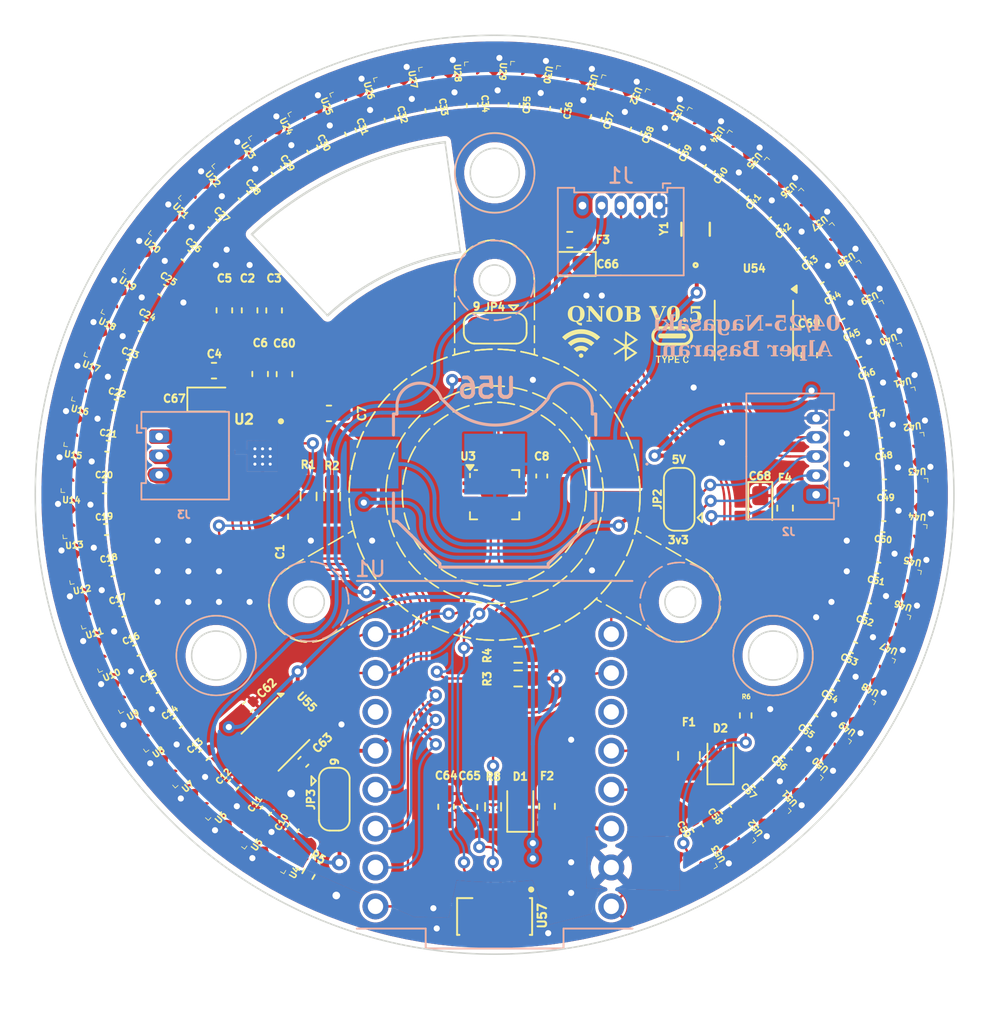
<source format=kicad_pcb>
(kicad_pcb (version 20241229) (generator "pcbnew") (generator_version "9.0")
  (layers (0 "F.Cu" signal) (2 "B.Cu" signal) (13 "F.Paste" user) (15 "B.Paste" user) (5 "F.SilkS" user "F.Silkscreen") (7 "B.SilkS" user "B.Silkscreen") (1 "F.Mask" user) (3 "B.Mask" user) (25 "Edge.Cuts" user))
  (net 0 "")
  (net 1 "GND")
  (net 2 "/Motor drive/CP")
  (net 3 "/Motor drive/MOT_A")
  (net 4 "/Motor drive/MOT_B")
  (net 5 "/Motor drive/MOT_C")
  (net 6 "VSYS_PROTECTED")
  (net 7 "/GPIO3")
  (net 8 "/GPIO4")
  (net 9 "/GPIO5")
  (net 10 "/GPIO8")
  (net 11 "/GPIO7")
  (net 12 "/GPIO6")
  (net 13 "/GPIO20")
  (net 14 "/GPIO21")
  (net 15 "/GPIO9")
  (net 16 "Net-(U2-nFault)")
  (net 20 "DRV8311_3v3")
  (net 21 "Net-(U2-CS_GAIN)")
  (net 24 "Net-(U4-DIn)")
  (net 25 "Net-(U53-Dout)")
  (net 27 "Net-(U4-Dout)")
  (net 28 "Net-(U5-Dout)")
  (net 29 "Net-(U6-Dout)")
  (net 30 "Net-(U7-Dout)")
  (net 31 "Net-(U8-Dout)")
  (net 32 "Net-(U10-DIn)")
  (net 33 "Net-(U10-Dout)")
  (net 34 "Net-(U11-Dout)")
  (net 35 "Net-(U12-Dout)")
  (net 36 "Net-(U13-Dout)")
  (net 37 "Net-(U14-Dout)")
  (net 38 "Net-(U15-Dout)")
  (net 39 "Net-(U16-Dout)")
  (net 40 "Net-(U17-Dout)")
  (net 41 "Net-(U18-Dout)")
  (net 42 "Net-(U19-Dout)")
  (net 43 "Net-(U20-Dout)")
  (net 44 "Net-(U21-Dout)")
  (net 45 "Net-(U22-Dout)")
  (net 46 "Net-(U23-Dout)")
  (net 47 "Net-(U24-Dout)")
  (net 48 "Net-(U25-Dout)")
  (net 49 "Net-(U26-Dout)")
  (net 50 "Net-(U27-Dout)")
  (net 51 "Net-(U28-Dout)")
  (net 52 "Net-(U29-Dout)")
  (net 53 "Net-(U30-Dout)")
  (net 54 "Net-(U31-Dout)")
  (net 55 "Net-(U32-Dout)")
  (net 56 "Net-(U33-Dout)")
  (net 57 "Net-(U34-Dout)")
  (net 58 "Net-(U35-Dout)")
  (net 59 "Net-(U36-Dout)")
  (net 60 "Net-(U37-Dout)")
  (net 61 "Net-(U38-Dout)")
  (net 62 "Net-(U39-Dout)")
  (net 63 "Net-(U40-Dout)")
  (net 64 "Net-(U41-Dout)")
  (net 65 "Net-(U42-Dout)")
  (net 66 "Net-(U43-Dout)")
  (net 67 "Net-(U44-Dout)")
  (net 68 "Net-(U45-Dout)")
  (net 69 "Net-(U46-Dout)")
  (net 70 "Net-(U47-Dout)")
  (net 71 "Net-(U48-Dout)")
  (net 72 "Net-(U49-Dout)")
  (net 73 "Net-(U50-Dout)")
  (net 74 "Net-(U51-Dout)")
  (net 75 "Net-(U52-Dout)")
  (net 77 "Net-(U1-3v3)")
  (net 80 "3V3_Protected")
  (net 81 "VSYS")
  (net 82 "/GPIO0")
  (net 83 "/GPIO1")
  (net 84 "Net-(J2-Pin_1)")
  (net 86 "Net-(U54-X2)")
  (net 87 "Net-(U54-VBAT)")
  (net 88 "Net-(U54-X1)")
  (net 98 "/LED_CTRL")
  (net 99 "/leds/LED_Din")
  (net 100 "Net-(J1-Pin_5)")
  (net 101 "/encoder/MODE")
  (net 102 "/ENC_POWER")
  (footprint "Resistor_SMD:R_0402_1005Metric" (layer "F.Cu") (at -12.155001 24.771673 60)
    (property "Reference" "R5")
    (property "Value" "500")
  )
  (footprint "Capacitor_SMD:C_0402_1005Metric" (layer "F.Cu") (at -18.369324 -17.657819 135.9192)
    (property "Reference" "C27")
    (property "Value" "100n 10V")
  )
  (footprint "custom_led:SK6805-EC15" (layer "F.Cu") (at 25.16567 11.183257 156.7368)
    (property "Reference" "U47")
    (property "Value" "~")
  )
  (footprint "custom_led:SK6805-EC15" (layer "F.Cu") (at 15.96371 22.439612 126.1248)
    (property "Reference" "U52")
    (property "Value" "~")
  )
  (footprint "Diode_SMD:D_SOD-323" (layer "F.Cu") (at 14.75 17.3 90)
    (property "Reference" "D2")
    (property "Value" "ESD5Zxx")
  )
  (footprint "Capacitor_SMD:C_0402_1005Metric" (layer "F.Cu") (at 17.200724 18.798024 -47.7528)
    (property "Reference" "C57")
    (property "Value" "100n 10V")
  )
  (footprint "custom_led:SK6805-EC15" (layer "F.Cu") (at -9.74911 -25.755214 -68.5704)
    (property "Reference" "U25")
    (property "Value" "~")
  )
  (footprint "custom_led:SK6805-EC15" (layer "F.Cu") (at -26.411843 7.796844 17.1432)
    (property "Reference" "U11")
    (property "Value" "~")
  )
  (footprint "custom_led:SK6805-EC15" (layer "F.Cu") (at -25.830234 -9.548572 -19.5912)
    (property "Reference" "U17")
    (property "Value" "~")
  )
  (footprint "Jumper:SolderJumper-3_P1.3mm_Open_RoundedPad1.0x1.5mm" (layer "F.Cu") (at 0.04 -10.8675 180)
    (property "Reference" "JP4")
    (property "Value" "SolderJumper_3_Open")
  )
  (footprint "Capacitor_SMD:C_0402_1005Metric" (layer "F.Cu") (at 3.972863 -25.168372 80.8176)
    (property "Reference" "C36")
    (property "Value" "100n 10V")
  )
  (footprint "custom_led:SK6805-EC15" (layer "F.Cu") (at 20.359736 18.543392 138.3696)
    (property "Reference" "U50")
    (property "Value" "~")
  )
  (footprint "symbols:bluetooth_2.5mm" (layer "F.Cu") (at 8.645833 -9.701146)
    (property "Reference" "G***" (hide yes))
    (property "Value" "LOGO" (hide yes))
  )
  (footprint "symbols:wifi" (layer "F.Cu") (at 5.65 -9.87)
    (property "Reference" "G***" (hide yes))
    (property "Value" "LOGO" (hide yes))
  )
  (footprint "custom_led:SK6805-EC15" (layer "F.Cu") (at -4.064924 -27.236971 -80.8152)
    (property "Reference" "U27")
    (property "Value" "~")
  )
  (footprint "Capacitor_SMD:C_0402_1005Metric" (layer "F.Cu") (at -22.997608 -10.969988 154.2864)
    (property "Reference" "C24")
    (property "Value" "100n 10V")
  )
  (footprint "Fuse:Fuse_0603_1608Metric_Pad1.05x0.95mm_HandSolder" (layer "F.Cu") (at 4.907696 -16.65)
    (property "Reference" "F3")
    (property "Value" "500m")
  )
  (footprint "Capacitor_SMD:C_0603_1608Metric_Pad1.08x0.95mm_HandSolder" (layer "F.Cu") (at -18.327499 -8.099999)
    (property "Reference" "C4")
    (property "Value" "100n")
  )
  (footprint "custom_led:SK6805-EC15" (layer "F.Cu") (at 20.013252 -18.916817 -135.9168)
    (property "Reference" "U36")
    (property "Value" "~")
  )
  (footprint "Jumper:SolderJumper-3_P1.3mm_Open_RoundedPad1.0x1.5mm" (layer "F.Cu") (at -10.47 19.88 -90)
    (property "Reference" "JP3")
    (property "Value" "SolderJumper_3_Open")
  )
  (footprint "Capacitor_SMD:C_0402_1005Metric" (layer "F.Cu") (at -21.696457 -13.360178 148.164)
    (property "Reference" "C25")
    (property "Value" "100n 10V")
  )
  (footprint "custom_led:SK6805-EC15" (layer "F.Cu") (at 22.221315 16.266203 144.492)
    (property "Reference" "U49")
    (property "Value" "~")
  )
  (footprint "Capacitor_SMD:C_0603_1608Metric_Pad1.08x0.95mm_HandSolder" (layer "F.Cu") (at -13.724678 -7.87171 -90)
    (property "Reference" "C60")
    (property "Value" "10u")
  )
  (footprint "custom_led:SK6805-EC15" (layer "F.Cu") (at 13.479411 24.014198 120.0024)
    (property "Reference" "U53")
    (property "Value" "~")
  )
  (footprint "custom_led:SK6805-EC15" (layer "F.Cu") (at -6.946638 -26.648085 -74.6928)
    (property "Reference" "U26")
    (property "Value" "~")
  )
  (footprint "Capacitor_SMD:C_0402_1005Metric" (layer "F.Cu") (at -14.206399 -21.152041 123.6744)
    (property "Reference" "C29")
    (property "Value" "100n 10V")
  )
  (footprint "custom_led:SK6805-EC15" (layer "F.Cu") (at -19.548305 -19.396906 -44.0808)
    (property "Reference" "U21")
    (property "Value" "~")
  )
  (footprint "custom_led:SK6805-EC15" (layer "F.Cu") (at 24.954506 -11.646837 -154.284)
    (property "Reference" "U39")
    (property "Value" "~")
  )
  (footprint "custom_led:SK6805-EC15" (layer "F.Cu") (at 17.881571 -20.943391 -129.7944)
    (property "Reference" "U35")
    (property "Value" "~")
  )
  (footprint "Capacitor_Tantalum_SMD:CP_EIA-1608-08_AVX-J_Pad1.25x1.05mm_HandSolder" (layer "F.Cu") (at 17.35 0.86 -90)
    (property "Reference" "C68")
    (property "Value" "10u")
  )
  (footprint "Fuse:Fuse_0603_1608Metric_Pad1.05x0.95mm_HandSolder" (layer "F.Cu") (at 3.425 20.35 -90)
    (property "Reference" "F2")
    (property "Value" "500m")
  )
  (footprint "Capacitor_SMD:C_0402_1005Metric" (layer "F.Cu") (at 11.701171 -22.634337 62.4504)
    (property "Reference" "C39")
    (property "Value" "100n 10V")
  )
  (footprint "Capacitor_SMD:C_0402_1005Metric" (layer "F.Cu") (at -24.991887 4.963485 -168.9792)
    (property "Reference" "C18")
    (property "Value" "100n 10V")
  )
  (footprint "Package_LGA:Bosch_LGA-8_3x3mm_P0.8mm_ClockwisePinNumbering" (layer "F.Cu") (at -14.263536 15.755491 -45)
    (property "Reference" "U55")
    (property "Value" "BME688")
  )
  (footprint "Capacitor_SMD:C_0402_1005Metric" (layer "F.Cu") (at -16.110589 13.850589 -135)
    (property "Reference" "C62")
    (property "Value" "100n")
  )
  (footprint "Fuse:Fuse_0603_1608Metric_Pad1.05x0.95mm_HandSolder" (layer "F.Cu") (at 18.97 0.875 90)
    (property "Reference" "F4")
    (property "Value" "500m")
  )
  (footprint "custom_led:SK6805-EC15" (layer "F.Cu") (at 26.856966 -6.0893 -166.5288)
    (property "Reference" "U41")
    (property "Value" "~")
  )
  (footprint "Capacitor_SMD:C_0402_1005Metric" (layer "F.Cu") (at 23.972772 -8.633468 19.5936)
    (property "Reference" "C46")
    (property "Value" "100n 10V")
  )
  (footprint "custom_led:SK6805-EC15" (layer "F.Cu") (at 21.916634 -16.674452 -142.0392)
    (property "Reference" "U37")
    (property "Value" "~")
  )
  (footprint "Capacitor_SMD:C_0603_1608Metric_Pad1.08x0.95mm_HandSolder" (layer "F.Cu") (at 20.55 -9.1125 -90)
    (property "Reference" "C69")
    (property "Value" "100n")
  )
  (footprint "Resistor_SMD:R_0603_1608Metric_Pad0.98x0.95mm_HandSolder" (layer "F.Cu") (at -10.61 0.1175 -90)
    (property "Reference" "R2")
    (property "Value" "4.7k")
  )
  (footprint "Capacitor_SMD:C_0402_1005Metric" (layer "F.Cu") (at -20.686026 14.876791 -144.4896)
    (property "Reference" "C14")
    (property "Value" "100n 10V")
  )
  (footprint "custom_led:SK6805-EC15" (layer "F.Cu") (at 18.265906 20.609049 132.2472)
    (property "Reference" "U51")
    (property "Value" "~")
  )
  (footprint "Jumper:SolderJumper-3_P1.3mm_Open_RoundedPad1.0x1.5mm" (layer "F.Cu") (at 12.0575 0.3 90)
    (property "Reference" "JP2")
    (property "Value" "SolderJumper_3_Open")
  )
  (footprint "custom_led:SK6805-EC15" (layer "F.Cu") (at -14.989718 -23.101614 -56.3256)
    (property "Reference" "U23")
    (property "Value" "~")
  )
  (footprint "Capacitor_SMD:C_0402_1005Metric" (layer "F.Cu") (at -25.476031 -0.449936 178.776)
    (property "Reference" "C20")
    (property "Value" "100n 10V")
  )
  (footprint "Capacitor_Tantalum_SMD:CP_EIA-1608-08_AVX-J_Pad1.25x1.05mm_HandSolder" (layer "F.Cu") (at 4.922696 -15.070001 180)
    (property "Reference" "C66")
    (property "Value" "10u")
  )
  (footprint "Capacitor_SMD:C_0402_1005Metric" (layer "F.Cu") (at -22.154691 12.585716 -150.612)
    (property "Reference" "C15")
    (property "Value" "100n 10V")
  )
  (footprint "Package_DFN_QFN:IC_DRV8311HRRWR" (layer "F.Cu") (at -15.155583 -2.495806 -90)
    (property "Reference" "U2")
    (property "Value" "~")
  )
  (footprint "Capacitor_SMD:C_0402_1005Metric" (layer "F.Cu") (at -24.801034 -5.842886 166.5312)
    (property "Reference" "C22")
    (property "Value" "100n 10V")
  )
  (footprint "custom_led:SK6805-EC15" (layer "F.Cu") (at -22.609502 15.72217 35.5104)
    (property "Reference" "U8")
    (property "Value" "~")
  )
  (footprint "Capacitor_SMD:C_0603_1608Metric_Pad1.08x0.95mm_HandSolder" (layer "F.Cu") (at -3.17 20.3775 -90)
    (property "Reference" "C64")
    (property "Value" "10u")
  )
  (footprint "Capacitor_SMD:C_0402_1005Metric" (layer "F.Cu") (at -20.147807 -15.597964 142.0416)
    (property "Reference" "C26")
    (property "Value" "100n 10V")
  )
  (footprint "Capacitor_SMD:C_0402_1005Metric" (layer "F.Cu") (at 19.107478 16.856301 -41.6304)
    (property "Reference" "C56")
    (property "Value" "100n 10V")
  )
  (footprint "Capacitor_SMD:C_0402_1005Metric" (layer "F.Cu") (at 6.634481 -24.601103 74.6952)
    (property "Reference" "C37")
    (property "Value" "100n 10V")
  )
  (footprint "Capacitor_SMD:C_0402_1005Metric" (layer "F.Cu") (at 16.235467 -19.637724 50.2056)
    (property "Reference" "C41")
    (property "Value" "100n 10V")
  )
  (footprint "Capacitor_SMD:C_0603_1608Metric_Pad1.08x0.95mm_HandSolder" (layer "F.Cu") (at -1.64 20.3875 -90)
    (property "Reference" "C65")
    (property "Value" "100n")
  )
  (footprint "custom_led:SK6805-EC15" (layer "F.Cu") (at -16.503549 22.045613 53.8776)
    (property "Reference" "U5")
    (property "Value" "~")
  )
  (footprint "Capacitor_SMD:C_0402_1005Metric" (layer "F.Cu") (at 20.796267 14.722292 -35.508)
    (property "Reference" "C55")
    (property "Value" "100n 10V")
  )
  (footprint "Capacitor_SMD:C_0402_1005Metric" (layer "F.Cu") (at 15.097754 20.525312 -53.8752)
    (property "Reference" "C58")
    (property "Value" "100n 10V")
  )
  (footprint "custom_led:SK6805-EC15" (layer "F.Cu") (at 26.965006 5.59148 168.9816)
    (property "Reference" "U45")
    (property "Value" "~")
  )
  (footprint "custom_led:SK6805-EC15" (layer "F.Cu") (at 27.353224 -3.190198 -172.6512)
    (property "Reference" "U42")
    (property "Value" "~")
  )
  (footprint "Capacitor_SMD:C_0603_1608Metric_Pad1.08x0.95mm_HandSolder" (layer "F.Cu") (at -14 1.425009 90)
    (property "Reference" "C1")
    (property "Value" "4.7u")
  )
  (footprint "Capacitor_SMD:C_0402_1005Metric" (layer "F.Cu") (at -24.036417 -8.45466 160.4088)
    (property "Reference" "C23")
    (property "Value" "100n 10V")
  )
  (footprint "Capacitor_SMD:C_0402_1005Metric" (layer "F.Cu") (at 1.265926 -25.448537 86.94)
    (property "Reference" "C35")
    (property "Value" "100n 10V")
  )
  (footprint "Diode_SMD:D_SOD-323" (layer "F.Cu") (at 1.675 20.4 90)
    (property "Reference" "D1")
    (property "Value" "ESD5Zxx")
  )
  (footprint "custom_led:SK6805-EC15" (layer "F.Cu") (at -27.464607 2.017807 4.8984)
    (property "Reference" "U13")
    (property "Value" "~")
  )
  (footprint "Capacitor_SMD:C_0402_1005Metric" (layer "F.Cu") (at -9.397094 -23.68386 111.4296)
    (property "Reference" "C31")
    (property "Value" "100n 10V")
  )
  (footprint "custom_led:SK6805-EC15" (layer "F.Cu") (at 26.214859 8.435482 162.8592)
    (property "Reference" "U46")
    (property "Value" "~")
  )
  (footprint "Capacitor_SMD:C_0603_1608Metric_Pad1.08x0.95mm_HandSolder" (layer "F.Cu") (at -10.818274 -5.309999 180)
    (property "Reference" "C7")
    (property "Value" "100n")
  )
  (footprint "Resistor_SMD:R_0402_1005Metric" (layer "F.Cu") (at 16.4 14.415 -90)
    (property "Reference" "R6")
    (property "Value" "500")
  )
  (footprint "custom_led:SK6805-EC15" (layer "F.Cu") (at -1.136839 -27.515156 -86.9376)
    (property "Reference" "U28")
    (property "Value" "~")
  )
  (footprint "Capacitor_SMD:C_0402_1005Metric" (layer "F.Cu") (at -4.160228 -25.138081 99.1848)
    (property "Reference" "C33")
    (property "Value" "100n 10V")
  )
  (footprint "Capacitor_SMD:C_0402_1005Metric" (layer "F.Cu") (at -17.060223 18.925628 -132.2448)
    (property "Reference" "C12")
    (property "Value" "100n 10V")
  )
  (footprint "Fuse:Fuse_0805_2012Metric_Pad1.15x1.40mm_HandSolder" (layer "F.Cu") (at 12.695 17.055 -90)
    (property "Reference" "F1")
    (property "Value" "1A")
  )
  (footprint "Capacitor_SMD:C_0402_1005Metric" (layer "F.Cu") (at 21.596337 -13.521421 31.8384)
    (property "Reference" "C44")
    (property "Value" "100n 10V")
  )
  (footprint "custom_led:SK6805-EC15" (layer "F.Cu") (at -18.760645 20.159722 47.7552)
    (property "Reference" "U6")
    (property "Value" "~")
  )
  (footprint "Capacitor_SMD:C_0402_1005Metric" (layer "F.Cu") (at -16.381295 -19.516244 129.7968)
    (property "Reference" "C28")
    (property "Value" "100n 10V")
  )
  (footprint "custom_crystal:XTAL_FC-135_EPS" (layer "F.Cu") (at 13.127 -17.334951 90)
    (property "Reference" "Y1")
    (property "Value" "32768 Hz")
  )
  (footprint "custom_led:SK6805-EC15" (layer "F.Cu") (at 1.804213 -27.479465 -93.06)
    (property "Reference" "U29")
    (property "Value" "~")
  )
  (footprint "Capacitor_SMD:C_0402_1005Metric" (layer "F.Cu") (at 25.394914 2.080615 -4.896)
    (property "Reference" "C50")
    (property "Value" "100n 10V")
  )
  (footprint "custom_led:SK6805-EC15" (layer "F.Cu") (at -26.701288 -6.739243 -13.4688)
    (property "Reference" "U16")
    (property "Value" "~")
  )
  (footprint "Capacitor_SMD:C_0402_1005Metric" (layer "F.Cu") (at -14.944446 20.637203 -126.1224)
    (property "Reference" "C11")
    (property "Value" "100n 10V")
  )
  (footprint "Package_DFN_QFN:QFN-16-1EP_3x3mm_P0.5mm_EP1.7x1.7mm" (layer "F.Cu") (at 0 0)
    (property "Reference" "U3")
    (property "Value" "MT6701QT")
  )
  (footprint "custom_led:SK6805-EC15" (layer "F.Cu") (at 10.371239 -25.511049 -111.4272)
    (property "Reference" "U32")
    (property "Value" "~")
  )
  (footprint "Capacitor_SMD:C_0603_1608Metric_Pad1.08x0.95mm_HandSolder" (layer "F.Cu") (at -17.650001 -12.037499 -90)
    (property "Reference" "C5")
    (property "Value" "100n")
  )
  (footprint "Capacitor_SMD:C_0402_1005Metric" (layer "F.Cu") (at 9.220416 -23.7532 68.5728)
    (property "Reference" "C38")
    (property "Value" "100n 10V")
  )
  (footprint "Capacitor_SMD:C_0402_1005Metric" (layer "F.Cu") (at 22.915256 -11.140989 25.716)
    (property "Reference" "C45")
    (property "Value" "100n 10V")
  )
  (footprint "custom_led:SK6805-EC15" (layer "F.Cu") (at 23.829408 13.803461 150.6144)
    (property "Reference" "U48")
    (property "Value" "~")
  )
  (footprint "Capacitor_SMD:C_0402_1005Metric" (layer "F.Cu") (at 25.028166 4.777187 -11.0184)
    (property "Reference" "C51")
    (property "Value" "100n 10V")
  )
  (footprint "Capacitor_SMD:C_0402_1005Metric" (layer "F.Cu") (at 22.247826 12.42034 -29.3856)
    (property "Reference" "C54")
    (property "Value" "100n 10V")
  )
  (footprint "custom_led:SK6805-EC15" (layer "F.Cu") (at -17.368073 -21.371154 -50.2032)
    (property "Reference" "U22")
    (property "Value" "~")
  )
  (footprint "Capacitor_SMD:C_0402_1005Metric" (layer "F.Cu") (at 25.471973 -0.63969 1.2264)
    (property "Reference" "C49")
    (property "Value" "100n 10V")
  )
  (footprint "Capacitor_SMD:C_0402_1005Metric" (layer "F.Cu") (at 14.048447 -21.257275 56.328)
    (property "Reference" "C40")
    (property "Value" "100n 10V")
  )
  (footprint "Capacitor_SMD:C_0402_1005Metric" (layer "F.Cu") (at -11.869446 -22.546549 117.552)
    (property "Reference" "C30")
    (property "Value" "100n 10V")
  )
  (footprint "Resistor_SMD:R_0603_1608Metric_Pad0.98x0.95mm_HandSolder" (layer "F.Cu") (at -12.150874 0.113905 -90)
    (property "Reference" "R1")
    (property "Value" "0")
  )
  (footprint "Package_SO:SOIC-8_3.9x4.9mm_P1.27mm" (layer "F.Cu") (at 16.935 -10.725 -90)
    (property "Reference" "U54")
    (property "Value" "DS1307Z+")
  )
  (footprint "Capacitor_SMD:C_0603_1608Metric_Pad1.08x0.95mm_HandSolder" (layer "F.Cu") (at -16.000001 -12.037499 -90)
    (property "Reference" "C2")
    (property "Value" "10u")
  )
  (footprint "Capacitor_SMD:C_0402_1005Metric" (layer "F.Cu") (at -13.16 21.755692 -120)
    (property "Reference" "C10")
    (property "Value" "100n 10V")
  )
  (footprint "custom_led:SK6805-EC15" (layer "F.Cu") (at 4.724685 -27.130307 -99.1824)
    (property "Reference" "U30")
    (property "Value" "~")
  )
  (footprint "Capacitor_SMD:C_0402_1005Metric" (layer "F.Cu") (at 24.756823 -6.027462 13.4712)
    (property "Reference" "C47")
    (property "Value" "100n 10V")
  )
  (footprint "symbols:usb-c" (layer "F.Cu") (at 11.680814 -10.241928)
    (property "Reference" "G***" (hide yes))
    (property "Value" "LOGO" (hide yes))
  )
  (footprint "custom_led:SK6805-EC15" (layer "F.Cu") (at -25.429643 10.56927 23.2656)
    (property "Reference" "U10")
    (property "Value" "~")
  )
  (footprint "Capacitor_SMD:C_0402_1005Metric" (layer "F.Cu") (at 13.265017 21.740682 -59.9976)
    (property "Reference" "C59")
    (property "Value" "100n 10V")
  )
  (footprint "custom_led:SK6805-EC15" (layer "F.Cu") (at -27.092753 4.935476 11.0208)
    (property "Reference" "U12")
    (property "Value" "~")
  )
  (footprint "Capacitor_SMD:C_0402_1005Metric" (layer "F.Cu") (at 25.258464 -3.352699 7.3488)
    (property "Reference" "C48")
    (property "Value" "100n 10V")
  )
  (footprint "custom_led:SK6805-EC15" (layer "F.Cu") (at -24.157358 13.221129 29.388)
    (property "Reference" "U9")
    (property "Value" "~")
  )
  (footprint "Capacitor_SMD:C_0402_1005Metric" (layer "F.Cu") (at -12.489411 17.439411 -135)
    (property "Reference" "C63")
    (property "Value" "100n")
  )
  (footprint "Capacitor_SMD:C_0402_1005Metric" (layer "F.Cu") (at -6.817546 -24.551001 105.3072)
    (property "Reference" "C32")
    (property "Value" "100n 10V")
  )
  (footprint "custom_led:SK6805-EC15" (layer "F.Cu") (at -12.44037 -24.568545 -62.448)
    (property "Reference" "U24")
    (property "Value" "~")
  )
  (footprint "Capacitor_SMD:C_0402_1005Metric" (layer "F.Cu") (at 20.031061 -15.747609 37.9608)
    (property "Reference" "C43")
    (property "Value" "100n 10V")
  )
  (footprint "Resistor_SMD:R_0603_1608Metric_Pad0.98x0.95mm_HandSolder" (layer "F.Cu") (at 1.5375 10.45)
    (property "Reference" "R4")
    (property "Value" "4.7k")
  )
  (footprint "Capacitor_SMD:C_0603_1608Metric_Pad1.08x0.95mm_HandSolder" (layer "F.Cu") (at -14.400001 -12.032501 -90)
    (property "Reference" "C3")
    (property "Value" "10u")
  )
  (footprint "custom_led:SK6805-EC15" (layer "F.Cu") (at -24.664524 -12.248977 -25.7136)
    (property "Reference" "U18")
    (property "Value" "~")
  )
  (footprint "Capacitor_SMD:C_0402_1005Metric" (layer "F.Cu") (at -23.37063 10.151071 -156.7344)
    (property "Reference" "C16")
    (property "Value" "100n 10V")
  )
  (footprint "Capacitor_SMD:C_0402_1005Metric" (layer "F.Cu") (at 18.237284 -17.794159 44.0832)
    (property "Reference" "C42")
    (property "Value" "100n 10V")
  )
  (footprint "custom_led:SK6805-EC15" (layer "F.Cu") (at -14.058192 23.680022 60)
    (property "Reference" "U4")
    (property "Value" "~")
  )
  (footprint "custom_led:SK6805-EC15" (layer "F.Cu") (at 15.545909 -22.731056 -123.672)
    (property "Reference" "U34")
    (property "Value" "~")
  )
  (footprint "custom_led:SK6805-EC15" (layer "F.Cu") (at -27.267752 -3.853038 -7.3464)
    (property "Reference" "U15")
    (property "Value" "~")
  )
  (footprint "Resistor_SMD:R_0603_1608Metric_Pad0.98x0.95mm_HandSolder" (layer "F.Cu") (at -0.1 20.3775 -90)
    (property "Reference" "R8")
    (property "Value" "4.7k")
  )
  (footprint "Resistor_SMD:R_0603_1608Metric_Pad0.98x0.95mm_HandSolder" (layer "F.Cu") (at 1.5375 12)
    (property "Reference" "R3")
    (property "Value" "4.7k")
  )
  (footprint "custom_led:SK6805-EC15" (layer "F.Cu") (at 13.03291 -24.25942 -117.5496)
    (property "Reference" "U33")
    (property "Value" "~")
  )
  (footprint "Capacitor_SMD:C_0603_1608Metric_Pad1.08x0.95mm_HandSolder" (layer "F.Cu") (at -15.314678 -7.88171 -90)
    (property "Reference" "C6")
    (property "Value" "100n")
  )
  (footprint "Capacitor_SMD:C_0402_1005Metric" (layer "F.Cu") (at -18.981388 16.998162 -138.3672)
    (property "Reference" "C13")
    (property "Value" "100n 10V")
  )
  (footprint "custom_led:SK6805-EC15" (layer "F.Cu") (at -21.505542 -17.201391 -37.9584)
    (property "Reference" "U20")
    (property "Value" "~")
  )
  (footprint "Capacitor_SMD:C_0402_1005Metric" (layer "F.Cu") (at -24.319972 7.60063 -162.8568)
    (property "Reference" "C17")
    (property "Value" "100n 10V")
  )
  (footprint "custom_led:SK6805-EC15" (layer "F.Cu") (at 27.407553 2.683695 175.104)
    (property "Reference" "U44")
    (property "Value" "~")
  )
  (footprint "custom_led:SK6805-EC15" (layer "F.Cu") (at 27.537453 -0.254704 -178.7736)
    (property "Reference" "U43")
    (property "Value" "~")
  )
  (footprint "custom_led:SK6805-EC15" (layer "F.Cu") (at 26.054342 -8.91894 -160.4064)
    (property "Reference" "U40")
    (property "Value" "~")
  )
  (footprint "Capacitor_SMD:C_0402_1005Metric" (layer "F.Cu") (at -1.455453 -25.438401 93.0624)
    (property "Reference" "C34")
    (property "Value" "100n 10V")
  )
  (footprint "Capacitor_SMD:C_0402_1005Metric" (layer "F.Cu") (at 24.375913 7.419264 -17.1408)
    (property "Reference" "C52")
    (property "Value" "100n 10V")
  )
  (footprint "custom_led:SK6805-EC15" (layer "F.Cu") (at -27.523163 -0.922879 -1.224)
    (property "Reference" "U14")
    (property "Value" "~")
  )
  (footprint "custom_led:SK6805-EC15" (layer "F.Cu") (at -23.217458 -14.809653 -31.836)
    (property "Reference" "U19")
    (property "Value" "~")
  )
  (footprint "Capacitor_SMD:C_0402_1005Metric" (layer "F.Cu") (at -25.282737 -3.16446 172.6536)
    (property "Reference" "C21")
    (property "Value" "100n 10V")
  )
  (footprint "Capacitor_SMD:C_0402_1005Metric" (layer "F.Cu") (at 3.08 -1.22 90)
    (property "Reference" "C8")
    (property "Value" "100n")
  )
  (footprint "custom_led:SK6805-EC15" (layer "F.Cu") (at -20.803731 18.043862 41.6328)
    (property "Reference" "U7")
    (property "Value" "~")
  )
  (footprint "custom_led:SK6805-EC15" (layer "F.Cu") (at 7.59126 -26.471664 -105.3048)
    (property "Reference" "U31")
    (property "Value" "~")
  )
  (footprint "Capacitor_Tantalum_SMD:CP_EIA-1608-08_AVX-J_Pad1.25x1.05mm_HandSolder" (layer "F.Cu") (at -18.38243 -6.213863)
    (property "Reference" "C67")
    (property "Value" "10u")
  )
  (footprint "custom:PHODET_VCNL4020" (layer "F.Cu") (at 0 27.54 -90)
    (property "Reference" "U57")
    (property "Value" "VCNL4020-GS08")
  )
  (footprint "custom_led:SK6805-EC15" (layer "F.Cu") (at 23.570006 -14.241876 -148.1616)
    (property "Reference" "U38")
    (property "Value" "~")
  )
  (footprint "Capacitor_SMD:C_0402_1005Metric" (layer "F.Cu") (at 23.445595 9.976706 -23.2632)
    (property "Reference" "C53")
    (property "Value" "100n 10V")
  )
  (footprint "Capacitor_SMD:C_0402_1005Metric" (layer "F.Cu") (at -25.378711 2.26972 -175.1016)
    (property "Reference" "C19")
    (property "Value" "100n 10V")
  )
  (footprint "custom:battery_holder_1225_SMD" (layer "B.Cu") (at 0 -1.278 180)
    (property "Reference" "U56")
    (property "Value" "~" (hide yes))
  )
  (footprint "Connector_Molex:Molex_PicoBlade_53048-0510_1x05_P1.25mm_Horizontal" (layer "B.Cu") (at 10.739999 -18.879999 180)
    (property "Reference" "J1")
    (property "Value" "Conn_01x05")
  )
  (footprint "Carriar_boards:MODULE_ESP32-C3_SUPERMINI" (layer "B.Cu") (at 0 16.98)
    (property "Reference" "U1")
    (property "Value" "ESP32-C3_SUPERMINI")
  )
  (footprint "Connector_Molex:Molex_PicoBlade_53048-0310_1x03_P1.25mm_Horizontal" (layer "B.Cu") (at -21.908176 -3.798778 -90)
    (property "Reference" "J3")
    (property "Value" "Conn_01x03")
  )
  (footprint "Connector_Molex:Molex_PicoBlade_53048-0510_1x05_P1.25mm_Horizontal" (layer "B.Cu") (at 21 0 90)
    (property "Reference" "J2")
    (property "Value" "Conn_01x05")
  )
  (gr_line (start 2.6 -14.03) (end 2.6 -9.14) (stroke (width 0.1) (type dash)) (layer "F.SilkS"))
  (gr_circle (center 0 0) (end 9.5 0) (stroke (width 0.1) (type dash)) (fill no) (layer "F.SilkS"))
  (gr_circle (center -0.0254 -0.0386) (end 5.9746 -0.0386) (stroke (width 0.1) (type dash)) (fill no) (layer "F.SilkS"))
  (gr_line (start -13.450336 4.763334) (end -9.215472 2.318334) (stroke (width 0.1) (type dash)) (layer "F.SilkS"))
  (gr_circle (center 18.186533 10.5) (end 16.886533 12.751666) (stroke (width 0.1)) (fill no) (layer "F.SilkS"))
  (gr_circle (center 0 0) (end 7.1 0) (stroke (width 0.1) (type dash)) (fill no) (layer "F.SilkS"))
  (gr_circle (center -18.186533 10.5) (end -19.486533 8.248334) (stroke (width 0.1)) (fill no) (layer "F.SilkS"))
  (gr_line (start -10.845336 9.275324) (end -6.610472 6.830324) (stroke (width 0.1) (type dash)) (layer "F.SilkS"))
  (gr_arc (start 13.455336 4.754674) (mid 14.407002 8.30634) (end 10.855336 9.258006) (stroke (width 0.1) (type dash)) (layer "F.SilkS"))
  (gr_arc (start -10.845336 9.275326) (mid -14.397002 8.32366) (end -13.445336 4.771994) (stroke (width 0.1) (type dash)) (layer "F.SilkS"))
  (gr_line (start -2.61 -14.03) (end -2.61 -9.13999) (stroke (width 0.1) (type dash)) (layer "F.SilkS"))
  (gr_circle (center 18.186533 10.5) (end 16.886533 12.751666) (stroke (width 0.1)) (fill no) (layer "F.SilkS"))
  (gr_circle (center 0.01 -21.02) (end 2.61 -21.02) (stroke (width 0.1)) (fill no) (layer "F.SilkS"))
  (gr_line (start 13.455336 4.754674) (end 9.220463 2.309669) (stroke (width 0.1) (type dash)) (layer "F.SilkS"))
  (gr_circle (center 0 0) (end 9.5 0) (stroke (width 0.1) (type dash)) (fill no) (layer "F.SilkS"))
  (gr_arc (start -2.61 -14.03) (mid -0.01 -16.63) (end 2.59 -14.03) (stroke (width 0.1) (type dash)) (layer "F.SilkS"))
  (gr_line (start 10.855336 9.258006) (end 6.620463 6.813001) (stroke (width 0.1) (type dash)) (layer "F.SilkS"))
  (gr_circle (center -12.134356 6.97) (end -13.434356 4.718334) (stroke (width 0.1) (type dash)) (fill no) (layer "B.SilkS"))
  (gr_circle (center 0 -13.993661) (end 2.6 -13.993661) (stroke (width 0.1) (type dash)) (fill no) (layer "B.SilkS"))
  (gr_circle (center 12.103375 7.023661) (end 10.803375 9.275327) (stroke (width 0.1) (type dash)) (fill no) (layer "B.SilkS"))
  (gr_circle (center 18.186533 10.5) (end 16.886533 12.751666) (stroke (width 0.1)) (fill no) (layer "B.SilkS"))
  (gr_circle (center -18.186533 10.5) (end -19.486533 8.248334) (stroke (width 0.1)) (fill no) (layer "B.SilkS"))
  (gr_circle (center 0 -21) (end 2.6 -21) (stroke (width 0.1)) (fill no) (layer "B.SilkS"))
  (gr_circle (center 18.186533 10.5) (end 19.786533 10.5) (stroke (width 0.1)) (fill no) (layer "Edge.Cuts"))
  (gr_line (start -2.239994 -15.84) (end -3.235771 -23.023733) (stroke (width 0.1)) (layer "Edge.Cuts"))
  (gr_circle (center 0 0) (end 30 0) (stroke (width 0.1)) (fill no) (layer "Edge.Cuts"))
  (gr_arc (start -15.856403 -17.004029) (mid -10.009347 -20.985126) (end -3.235775 -23.023733) (stroke (width 0.15)) (layer "Edge.Cuts"))
  (gr_circle (center -18.186533 10.5) (end -16.586533 10.5) (stroke (width 0.1)) (fill no) (layer "Edge.Cuts"))
  (gr_line (start -15.856402 -17.004029) (end -10.91083 -11.699444) (stroke (width 0.1)) (layer "Edge.Cuts"))
  (gr_circle (center -12.124356 7) (end -12.624356 6.133975) (stroke (width 0.1)) (fill no) (layer "Edge.Cuts"))
  (gr_circle (center 0 -14) (end 1 -14) (stroke (width 0.1)) (fill no) (layer "Edge.Cuts"))
  (gr_circle (center 12.124356 7) (end 11.624356 7.866025) (stroke (width 0.1)) (fill no) (layer "Edge.Cuts"))
  (gr_circle (center 0.01 -21.02) (end 1.61 -21.02) (stroke (width 0.1)) (fill no) (layer "Edge.Cuts"))
  (gr_arc (start -10.91083 -11.699444) (mid -6.89363 -14.436103) (end -2.24 -15.84) (stroke (width 0.15)) (layer "Edge.Cuts"))
  (gr_text "9" (at -1.5 -12 0) (layer "F.SilkS") (effects (font (size 0.5 0.5) (thickness 0.125) (bold yes)) (justify left bottom)))
  (gr_text "QNOB V0.5" (at 4.72 -11.13 0) (layer "F.SilkS") (effects (font (size 1 1) (thickness 0.25) (bold yes)) (justify left bottom)))
  (gr_text "3v3" (at 11.25 3.25 0) (layer "F.SilkS") (effects (font (size 0.5 0.5) (thickness 0.125) (bold yes)) (justify left bottom)))
  (gr_text "9" (at -10.15 17.75 90) (layer "F.SilkS") (effects (font (size 0.5 0.5) (thickness 0.125) (bold yes)) (justify left bottom)))
  (gr_text "5V" (at 11.5 -2 0) (layer "F.SilkS") (effects (font (size 0.5 0.5) (thickness 0.125) (bold yes)) (justify left bottom)))
  (gr_text "04/25-Nagasaki\nAlper Başaran" (at 16.47 -10.29 0) (layer "B.SilkS") (effects (font (size 1 1) (thickness 0.25) (bold yes)) (justify mirror)))
  (segment (start 15.010001 -13.258056) (end 15.010001 -12.375) (width 0.1524) (layer "F.Cu") (net 1))
  (segment (start -16.28201 17.202009) (end -15.649112 16.569111) (width 0.1524) (layer "F.Cu") (net 1))
  (segment (start -16.76 17.4) (end -17.04 17.4) (width 0.1524) (layer "F.Cu") (net 1))
  (segment (start -20.325 -12.55) (end -21.288668 -13.106983) (width 0.25) (layer "F.Cu") (net 1))
  (segment (start -15.643761 16.566895) (end -15.640626 16.566896) (width 0.1524) (layer "F.Cu") (net 1))
  (via (at -10.34 26.17) (size 1) (drill 0.5) (layers "F.Cu" "B.Cu") (net 1))
  (via (at -11.537275 -26.082112) (size 0.8) (drill 0.4) (layers "F.Cu" "B.Cu") (net 1))
  (via (at -14.253201 -24.702866) (size 0.8) (drill 0.4) (layers "F.Cu" "B.Cu") (net 1))
  (via (at -27.99245 -5.459673) (size 0.8) (drill 0.4) (layers "F.Cu" "B.Cu") (net 1))
  (via (at 13 -7) (size 0.8) (drill 0.4) (layers "F.Cu" "B.Cu") (net 1))
  (via (at 9.282759 -26.966937) (size 0.8) (drill 0.4) (layers "F.Cu" "B.Cu") (net 1))
  (via (at -26.197695 -11.272358) (size 0.8) (drill 0.4) (layers "F.Cu" "B.Cu") (net 1))
  (via (at 3.352189 -28.32222) (size 0.8) (drill 0.4) (layers "F.Cu" "B.Cu") (net 1))
  (via (at -2.730902 -28.388862) (size 0.8) (drill 0.4) (layers "F.Cu" "B.Cu") (net 1))
  (via (at -22 7) (size 0.8) (drill 0.4) (layers "F.Cu" "B.Cu") (net 1))
  (via (at -3.78 28.32) (size 0.8) (drill 0.4) (layers "F.Cu" "B.Cu") (net 1))
  (via (at -8 3) (size 0.8) (drill 0.4) (layers "F.Cu" "B.Cu") (net 1))
  (via (at -4 27) (size 0.8) (drill 0.4) (layers "F.Cu" "B.Cu") (net 1))
  (via (at 28.493549 1.225953) (size 0.8) (drill 0.4) (layers "F.Cu" "B.Cu") (net 1))
  (via (at 22 7) (size 0.8) (drill 0.4) (layers "F.Cu" "B.Cu") (net 1))
  (via (at -25.699082 12.366991) (size 0.8) (drill 0.4) (layers "F.Cu" "B.Cu") (net 1))
  (via (at 5 26) (size 0.8) (drill 0.4) (layers "F.Cu" "B.Cu") (net 1))
  (via (at 28.105342 -4.845105) (size 0.8) (drill 0.4) (layers "F.Cu" "B.Cu") (net 1))
  (via (at -18 7) (size 0.8) (drill 0.4) (layers "F.Cu" "B.Cu") (net 1))
  (via (at -20 5) (size 0.8) (drill 0.4) (layers "F.Cu" "B.Cu") (net 1))
  (via (at -19.168151 -21.117937) (size 0.8) (drill 0.4) (layers "F.Cu" "B.Cu") (net 1))
  (via (at 3.5 28.63) (size 0.8) (drill 0.4) (layers "F.Cu" "B.Cu") (net 1))
  (via (at 25.421979 12.927038) (size 0.8) (drill 0.4) (layers "F.Cu" "B.Cu") (net 1))
  (via (at -20 3) (size 0.8) (drill 0.4) (layers "F.Cu" "B.Cu") (net 1))
  (via (at -18 5) (size 0.8) (drill 0.4) (layers "F.Cu" "B.Cu") (net 1))
  (via (at 6.36 4.94) (size 0.8) (drill 0.4) (layers "F.Cu" "B.Cu") (net 1))
  (via (at 14.79097 -24.384678) (size 0.8) (drill 0.4) (layers "F.Cu" "B.Cu") (net 1))
  (via (at -20.325 -12.55) (size 0.8) (drill 0.4) (layers "F.Cu" "B.Cu") (net 1))
  (via (at 0.312426 -28.518199) (size 0.8) (drill 0.4) (layers "F.Cu" "B.Cu") (net 1))
  (via (at -18.2 -15) (size 0.8) (drill 0.4) (layers "F.Cu" "B.Cu") (net 1))
  (via (at -24.846044 -14.002122) (size 0.8) (drill 0.4) (layers "F.Cu" "B.Cu") (net 1))
  (via (at 19.626202 -20.692933) (size 0.8) (drill 0.4) (layers "F.Cu" "B.Cu") (net 1))
  (via (at -13.29 19.51) (size 1) (drill 0.5) (layers "F.Cu" "B.Cu") (net 1))
  (via (at -17.5 -16) (size 0.8) (drill 0.4) (layers "F.Cu" "B.Cu") (net 1))
  (via (at -23.210964 -16.572158) (size 0.8) (drill 0.4) (layers "F.Cu" "B.Cu") (net 1))
  (via (at -28.513569 0.601423) (size 0.8) (drill 0.4) (layers "F.Cu" "B.Cu") (net 1))
  (via (at 23 3) (size 0.8) (drill 0.4) (layers "F.Cu" "B.Cu") (net 1))
  (via (at -5.743078 -27.935682) (size 0.8) (drill 0.4) (layers "F.Cu" "B.Cu") (net 1))
  (via (at 23.568456 -16.059676) (size 0.8) (drill 0.4) (layers "F.Cu" "B.Cu") (net 1))
  (via (at 2.5 -7.5) (size 0.8) (drill 0.4) (layers "F.Cu" "B.Cu") (net 1))
  (via (at 23 -4) (size 0.8) (drill 0.4) (layers "F.Cu" "B.Cu") (net 1))
  (via (at -16.806535 -23.041825) (size 0.8) (drill 0.4) (layers "F.Cu" "B.Cu") (net 1))
  (via (at -22 3) (size 0.8) (drill 0.4) (layers "F.Cu" "B.Cu") (net 1))
  (via (at 15.296327 24.070889) (size 0.8) (drill 0.4) (layers "F.Cu" "B.Cu") (net 1))
  (via (at 14.85 -3.41) (size 0.8) (drill 0.4) (layers "F.Cu" "B.Cu") (net 1))
  (via (at -27.250501 -8.414006) (size 0.8) (drill 0.4) (layers "F.Cu" "B.Cu") (net 1))
  (via (at -24.233529 15.037333) (size 0.8) (drill 0.4) (layers "F.Cu" "B.Cu") (net 1))
  (via (at -22.491535 17.536139) (size 0.8) (drill 0.4) (layers "F.Cu" "B.Cu") (net 1))
  (via (at 23 -2) (size 0.8) (drill 0.4) (layers "F.Cu" "B.Cu") (net 1))
  (via (at 5 16) (size 0.8) (drill 0.4) (layers "F.Cu" "B.Cu") (net 1))
  (via (at 28.20028 4.257877) (size 0.8) (drill 0.4) (layers "F.Cu" "B.Cu") (net 1))
  (via (at 23.898275 15.564631) (size 0.8) (drill 0.4) (layers "F.Cu" "B.Cu") (net 1))
  (via (at -21.311109 -18.95315) (size 0.8) (drill 0.4) (layers "F.Cu" "B.Cu") (net 1))
  (via (at 27.58532 7.241231) (size 0.8) (drill 0.4) (layers "F.Cu" "B.Cu") (net 1))
  (via (at 7 -13) (size 0.8) (drill 0.4) (layers "F.Cu" "B.Cu") (net 1))
  (via (at 26.438362 -10.695714) (size 0.8) (drill 0.4) (layers "F.Cu" "B.Cu") (net 1))
  (via (at -16 -15) (size 0.8) (drill 0.4) (layers "F.Cu" "B.Cu") (net 1))
  (via (at -15.82 23.73) (size 0.8) (drill 0.4) (layers "F.Cu" "B.Cu") (net 1))
  (via (at -28.286793 3.639044) (size 0.8) (drill 0.4) (layers "F.Cu" "B.Cu") (net 1))
  (via (at 27.428294 -7.814983) (size 0.8) (drill 0.4) (layers "F.Cu" "B.Cu") (net 1))
  (via (at -20 7) (size 0.8) (drill 0.4) (layers "F.Cu" "B.Cu") (net 1))
  (via (at 17.307301 -22.668097) (size 0.8) (drill 0.4) (layers "F.Cu" "B.Cu") (net 1))
  (via (at 5 24) (size 0.8) (drill 0.4) (layers "F.Cu" "B.Cu") (net 1))
  (via (at -8.68974 -27.163831) (size 0.8) (drill 0.4) (layers "F.Cu" "B.Cu") (net 1))
  (via (at 6 -13) (size 0.8) (drill 0.4) (layers "F.Cu" "B.Cu") (net 1))
  (via (at 20.053511 20.279102) (size 0.8) (drill 0.4) (layers "F.Cu" "B.Cu") (net 1))
  (via (at 17.776309 22.3022) (size 0.8) (drill 0.4) (layers "F.Cu" "B.Cu") (net 1))
  (via (at -10 15) (size 0.8) (drill 0.4) (layers "F.Cu" "B.Cu") (net 1))
  (via (at 21.72122 -18.481718) (size 0.8) (drill 0.4) (layers "F.Cu" "B.Cu") (net 1))
  (via (at 22.101955 18.024674) (size 0.8) (drill 0.4) (layers "F.Cu" "B.Cu") (net 1))
  (via (at -16 7) (size 0.8) (drill 0.4) (layers "F.Cu" "B.Cu") (net 1))
  (via (at 18 14) (size 0.8) (drill 0.4) (layers "F.Cu" "B.Cu") (net 1))
  (via (at 6.353714 -27.803158) (size 0.8) (drill 0.4) (layers "F.Cu" "B.Cu") (net 1))
  (via (at -22 5) (size 0.8) (drill 0.4) (layers "F.Cu" "B.Cu") (net 1))
  (via (at 21 8) (size 0.8) (drill 0.4) (layers "F.Cu" "B.Cu") (net 1))
  (via (at 28.461782 -1.819956) (size 0.8) (drill 0.4) (layers "F.Cu" "B.Cu") (net 1))
  (via (at -20.492972 19.834903) (size 0.8) (drill 0.4) (layers "F.Cu" "B.Cu") (net 1))
  (via (at 12.105913 -25.823094) (size 0.8) (drill 0.4) (layers "F.Cu" "B.Cu") (net 1))
  (via (at 25.146839 -13.454434) (size 0.8) (drill 0.4) (layers "F.Cu" "B.Cu") (net 1))
  (via (at -18.260639 21.907404) (size 0.8) (drill 0.4) (layers "F.Cu" "B.Cu") (net 1))
  (via (at -26.871477 9.555574) (size 0.8) (drill 0.4) (layers "F.Cu" "B.Cu") (net 1))
  (via (at -28.41508 -2.44306) (size 0.8) (drill 0.4) (layers "F.Cu" "B.Cu") (net 1))
  (via (at -12 3) (size 0.8) (drill 0.4) (layers "F.Cu" "B.Cu") (net 1))
  (via (at -27.73734 6.635154) (size 0.8) (drill 0.4) (layers "F.Cu" "B.Cu") (net 1))
  (via (at 23 5) (size 0.8) (drill 0.4) (layers "F.Cu" "B.Cu") (net 1))
  (via (at 26.655685 10.141981) (size 0.8) (drill 0.4) (layers "F.Cu" "B.Cu") (net 1))
  (arc (start -15.643761 16.566895) (mid -15.646657 16.56747) (end -15.649112 16.569111) (width 0.1524) (layer "F.Cu") (net 1))
  (arc (start -16.76 17.4) (mid -16.501313 17.348543) (end -16.28201 17.202009) (width 0.1524) (layer "F.Cu") (net 1))
  (segment (start 11.932499 -2.175) (end 11.8075 -2.3) (width 0.254) (layer "F.Cu") (net 6))
  (segment (start 12.057499 -1.873224) (end 12.0575 -2.226775) (width 0.254) (layer "F.Cu") (net 6))
  (segment (start 11.9325 -2.174998) (end 11.807499 -2.299999) (width 0.254) (layer "F.Cu") (net 6))
  (segment (start 12.057499 -1.006628) (end 12.057499 -1.007954) (width 0.254) (layer "F.Cu") (net 6))
  (segment (start 12.057499 -1.873224) (end 12.057499 -1.013256) (width 0.254) (layer "F.Cu") (net 6))
  (segment (start 12.055624 -1.001875) (end 12.05 -1.0075) (width 0.254) (layer "F.Cu") (net 6))
  (segment (start 12.057499 -1.002652) (end 12.057499 -1.003977) (width 0.254) (layer "F.Cu") (net 6))
  (segment (start 4 -13.32) (end 4 -15) (width 0.254) (layer "F.Cu") (net 6))
  (segment (start 11.515692 -4.124329) (end 5.187941 -10.452062) (width 0.254) (layer "F.Cu") (net 6))
  (segment (start 12.057499 -1.006628) (end 12.057499 -1.003977) (width 0.254) (layer "F.Cu") (net 6))
  (segment (start 12.057499 -1.013256) (end 12.057499 -1.007954) (width 0.254) (layer "F.Cu") (net 6))
  (segment (start 11.203944 -2.55) (end 10.45 -2.55) (width 0.254) (layer "F.Cu") (net 6))
  (segment (start 12.0575 -2.226775) (end 12.057506 -2.816253) (width 0.254) (layer "F.Cu") (net 6))
  (via (at -18.908737 18.428916) (size 0.8) (drill 0.4) (layers "F.Cu" "B.Cu") (net 6))
  (via (at 25.561724 6.615404) (size 0.8) (drill 0.4) (layers "F.Cu" "B.Cu") (net 6))
  (via (at 20.519832 16.616311) (size 0.8) (drill 0.4) (layers "F.Cu" "B.Cu") (net 6))
  (via (at -5.406591 -25.84442) (size 0.8) (drill 0.4) (layers "F.Cu" "B.Cu") (net 6))
  (via (at 24.442308 -9.986936) (size 0.8) (drill 0.4) (layers "F.Cu" "B.Cu") (net 6))
  (via (at 3.012565 -26.231465) (size 0.8) (drill 0.4) (layers "F.Cu" "B.Cu") (net 6))
  (via (at -17.813643 -19.48947) (size 0.8) (drill 0.4) (layers "F.Cu" "B.Cu") (net 6))
  (via (at 23.237762 -12.536815) (size 0.8) (drill 0.4) (layers "F.Cu" "B.Cu") (net 6))
  (via (at 26.004373 -4.575793) (size 0.8) (drill 0.4) (layers "F.Cu" "B.Cu") (net 6))
  (via (at 11.124781 -23.945867) (size 0.8) (drill 0.4) (layers "F.Cu" "B.Cu") (net 6))
  (via (at -25.932928 -4.964732) (size 0.8) (drill 0.4) (layers "F.Cu" "B.Cu") (net 6))
  (via (at -15.633433 -21.278183) (size 0.8) (drill 0.4) (layers "F.Cu" "B.Cu") (net 6))
  (via (at -25.255512 -7.702234) (size 0.8) (drill 0.4) (layers "F.Cu" "B.Cu") (net 6))
  (via (at -13.274887 -22.824168) (size 0.8) (drill 0.4) (layers "F.Cu" "B.Cu") (net 6))
  (via (at -26.314517 -2.170595) (size 0.8) (drill 0.4) (layers "F.Cu" "B.Cu") (net 6))
  (via (at -25.657932 6.231839) (size 0.8) (drill 0.4) (layers "F.Cu" "B.Cu") (net 6))
  (via (at -21.541891 -15.268014) (size 0.8) (drill 0.4) (layers "F.Cu" "B.Cu") (net 6))
  (via (at 26.344074 -1.776254) (size 0.8) (drill 0.4) (layers "F.Cu" "B.Cu") (net 6))
  (via (at 23.57715 11.886266) (size 0.8) (drill 0.4) (layers "F.Cu" "B.Cu") (net 6))
  (via (at -19.790646 -17.478433) (size 0.8) (drill 0.4) (layers "F.Cu" "B.Cu") (net 6))
  (via (at 8.507435 -24.995777) (size 0.8) (drill 0.4) (layers "F.Cu" "B.Cu") (net 6))
  (via (at 25.368032 -7.323133) (size 0.8) (drill 0.4) (layers "F.Cu" "B.Cu") (net 6))
  (via (at 26.383258 1.043546) (size 0.8) (drill 0.4) (layers "F.Cu" "B.Cu") (net 6))
  (via (at -23.752519 11.531832) (size 0.8) (drill 0.4) (layers "F.Cu" "B.Cu") (net 6))
  (via (at -22.38714 13.99933) (size 0.8) (drill 0.4) (layers "F.Cu" "B.Cu") (net 6))
  (via (at 5.793042 -25.760551) (size 0.8) (drill 0.4) (layers "F.Cu" "B.Cu") (net 6))
  (via (at 18.630617 18.710035) (size 0.8) (drill 0.4) (layers "F.Cu" "B.Cu") (net 6))
  (via (at -14.57 22.02) (size 0.8) (drill 0.4) (layers "F.Cu" "B.Cu") (net 6))
  (via (at 22.17497 14.33304) (size 0.8) (drill 0.4) (layers "F.Cu" "B.Cu") (net 6))
  (via (at -20.766383 16.307134) (size 0.8) (drill 0.4) (layers "F.Cu" "B.Cu") (net 6))
  (via (at -16.835392 20.340474) (size 0.8) (drill 0.4) (layers "F.Cu" "B.Cu") (net 6))
  (via (at -26.176231 3.459804) (size 0.8) (drill 0.4) (layers "F.Cu" "B.Cu") (net 6))
  (via (at -23.047399 -12.883427) (size 0.8) (drill 0.4) (layers "F.Cu" "B.Cu") (net 6))
  (via (at 20.050191 -17.18008) (size 0.8) (drill 0.4) (layers "F.Cu" "B.Cu") (net 6))
  (via (at -24.289998 -10.351874) (size 0.8) (drill 0.4) (layers "F.Cu" "B.Cu") (net 6))
  (via (at 0.197723 -26.403148) (size 0.8) (drill 0.4) (layers "F.Cu" "B.Cu") (net 6))
  (via (at -8.132134 -25.120384) (size 0.8) (drill 0.4) (layers "F.Cu" "B.Cu") (net 6))
  (via (at 24.710377 9.303902) (size 0.8) (drill 0.4) (layers "F.Cu" "B.Cu") (net 6))
  (via (at 13.615223 -22.622798) (size 0.8) (drill 0.4) (layers "F.Cu" "B.Cu") (net 6))
  (via (at -26.395928 0.648302) (size 0.8) (drill 0.4) (layers "F.Cu" "B.Cu") (net 6))
  (via (at 10.45 -2.55) (size 0.8) (drill 0.4) (layers "F.Cu" "B.Cu") (net 6))
  (via (at 21.768135 -14.943681) (size 0.8) (drill 0.4) (layers "F.Cu" "B.Cu") (net 6))
  (via (at 26.121479 3.851442) (size 0.8) (drill 0.4) (layers "F.Cu" "B.Cu") (net 6))
  (via (at 20.7 -6.8) (size 0.8) (drill 0.4) (layers "F.Cu" "B.Cu") (net 6))
  (via (at -24.846945 8.932785) (size 0.8) (drill 0.4) (layers "F.Cu" "B.Cu") (net 6))
  (via (at -10.76491 -24.109791) (size 0.8) (drill 0.4) (layers "F.Cu" "B.Cu") (net 6))
  (via (at -2.619374 -26.27364) (size 0.8) (drill 0.4) (layers "F.Cu" "B.Cu") (net 6))
  (via (at 18.103528 -19.220499) (size 0.8) (drill 0.4) (layers "F.Cu" "B.Cu") (net 6))
  (via (at 15.950351 -21.041664) (size 0.8) (drill 0.4) (layers "F.Cu" "B.Cu") (net 6))
  (arc (start 11.203944 -2.55) (mid 11.530585 -2.485026) (end 11.807499 -2.299999) (width 0.254) (layer "F.Cu") (net 6))
  (arc (start 12.057499 -1.002652) (mid 12.056821 -1.001637) (end 12.055624 -1.001875) (width 0.254) (layer "F.Cu") (net 6))
  (arc (start 12.057499 -1.873224) (mid 12.025012 -2.036543) (end 11.932499 -2.175) (width 0.254) (layer "F.Cu") (net 6))
  (arc (start 12.0575 -2.226775) (mid 12.012297 -2.159125) (end 11.9325 -2.174998) (width 0.254) (layer "F.Cu") (net 6))
  (arc (start 5.187941 -10.452062) (mid 4.308735 -11.767882) (end 4 -13.32) (width 0.254) (layer "F.Cu") (net 6))
  (arc (start 11.515692 -4.124329) (mid 11.916697 -3.524178) (end 12.057506 -2.816253) (width 0.254) (layer "F.Cu") (net 6))
  (arc (start 11.932499 -2.175) (mid 11.932499 -2.174999) (end 11.9325 -2.174998) (width 0.254) (layer "F.Cu") (net 6))
  (segment (start 20.7 -6.8) (end 20.150001 -6.249996) (width 0.254) (layer "B.Cu") (net 6))
  (segment (start 12.025 -4.124999) (end 10.45 -2.55) (width 0.254) (layer "B.Cu") (net 6))
  (segment (start 15.827386 -5.699996) (end 18.822182 -5.699993) (width 0.254) (layer "B.Cu") (net 6))
  (arc (start 18.822182 -5.699993) (mid 19.540793 -5.842934) (end 20.150001 -6.249996) (width 0.254) (layer "B.Cu") (net 6))
  (arc (start 12.025 -4.124999) (mid 13.769549 -5.290669) (end 15.827386 -5.699996) (width 0.254) (layer "B.Cu") (net 6))
  (segment (start 9.225001 6.692981) (end 9.225002 16.045691) (width 0.1524) (layer "F.Cu") (net 7))
  (segment (start 8.55069 16.72) (end 7.62 16.72) (width 0.1524) (layer "F.Cu") (net 7))
  (segment (start 10.703011 -5.508612) (end 12.689138 -3.522486) (width 0.1524) (layer "F.Cu") (net 7))
  (segment (start 15.009994 1.511912) (end 15.009994 0.440082) (width 0.1524) (layer "F.Cu") (net 7))
  (segment (start 11.742981 4.174998) (end 12.346912 4.174996) (width 0.1524) (layer "F.Cu") (net 7))
  (segment (start 8.716598 -17.103461) (end 8.716598 -10.304238) (width 0.1524) (layer "F.Cu") (net 7))
  (segment (start 12.690859 -3.519139) (end 13.850284 -2.359711) (width 0.1524) (layer "F.Cu") (net 7))
  (segment (start 8.249998 -18.229935) (end 8.249999 -18.85939) (width 0.1524) (layer "F.Cu") (net 7))
  (arc (start 9.9625 4.9125) (mid 10.779391 4.366669) (end 11.742981 4.174998) (width 0.1524) (layer "F.Cu") (net 7))
  (arc (start 12.346912 4.174996) (mid 13.366029 3.972279) (end 14.229995 3.394995) (width 0.1524) (layer "F.Cu") (net 7))
  (arc (start 12.690294 -3.519715) (mid 12.690084 -3.520035) (end 12.690007 -3.520409) (width 0.1524) (layer "F.Cu") (net 7))
  (arc (start 12.690859 -3.519139) (mid 12.690575 -3.519426) (end 12.690294 -3.519715) (width 0.1524) (layer "F.Cu") (net 7))
  (arc (start 8.483298 -17.666698) (mid 8.31063 -17.925113) (end 8.249998 -18.229935) (width 0.1524) (layer "F.Cu") (net 7))
  (arc (start 14.229995 3.394995) (mid 14.807278 2.531029) (end 15.009994 1.511912) (width 0.1524) (layer "F.Cu") (net 7))
  (arc (start 12.689997 -3.521216) (mid 12.690001 -3.520812) (end 12.690007 -3.520409) (width 0.1524) (layer "F.Cu") (net 7))
  (arc (start 12.689709 -3.521911) (mid 12.689424 -3.522199) (end 12.689138 -3.522486) (width 0.1524) (layer "F.Cu") (net 7))
  (arc (start 8.55069 16.72) (mid 8.808738 16.668671) (end 9.027501 16.5225) (width 0.1524) (layer "F.Cu") (net 7))
  (arc (start 12.689997 -3.521216) (mid 12.68992 -3.521592) (end 12.689709 -3.521911) (width 0.1524) (layer "F.Cu") (net 7))
  (arc (start 9.9625 4.9125) (mid 9.41667 5.729391) (end 9.225001 6.692981) (width 0.1524) (layer "F.Cu") (net 7))
  (arc (start 8.716598 -17.103461) (mid 8.655965 -17.408282) (end 8.483298 -17.666698) (width 0.1524) (layer "F.Cu") (net 7))
  (arc (start 10.703011 -5.508612) (mid 9.23285 -7.708864) (end 8.716598 -10.304238) (width 0.1524) (layer "F.Cu") (net 7))
  (arc (start 13.850284 -2.359711) (mid 14.708595 -1.075154) (end 15.009994 0.440082) (width 0.1524) (layer "F.Cu") (net 7))
  (arc (start 9.027501 16.5225) (mid 9.173673 16.303738) (end 9.225002 16.045691) (width 0.1524) (layer "F.Cu") (net 7))
  (segment (start 8.640985 19.26) (end 7.62 19.26) (width 0.1524) (layer "F.Cu") (net 8))
  (segment (start 13.926292 -2.793712) (end 11.46069 -5.25931) (width 0.1524) (layer "F.Cu") (net 8))
  (segment (start 9.07 -17.063015) (end 9.069999 -11.030946) (width 0.1524) (layer "F.Cu") (net 8))
  (segment (start 9.489998 -18.076981) (end 9.489998 -18.88) (width 0.1524) (layer "F.Cu") (net 8))
  (segment (start 9.725 18.175985) (end 9.725 6.545494) (width 0.1524) (layer "F.Cu") (net 8))
  (segment (start 15.390002 0.739998) (end 15.39 1.5266) (width 0.1524) (layer "F.Cu") (net 8))
  (segment (start 11.645494 4.624999) (end 12.2916 4.624999) (width 0.1524) (layer "F.Cu") (net 8))
  (arc (start 11.645494 4.624999) (mid 10.910553 4.771189) (end 10.2875 5.1875) (width 0.1524) (layer "F.Cu") (net 8))
  (arc (start 14.482499 3.717499) (mid 15.154147 2.712306) (end 15.39 1.5266) (width 0.1524) (layer "F.Cu") (net 8))
  (arc (start 9.725 18.175985) (mid 9.642484 18.590819) (end 9.407499 18.942499) (width 0.1524) (layer "F.Cu") (net 8))
  (arc (start 11.46069 -5.25931) (mid 9.691319 -7.907359) (end 9.069999 -11.030946) (width 0.1524) (layer "F.Cu") (net 8))
  (arc (start 9.489998 -18.076981) (mid 9.435421 -17.802604) (end 9.279999 -17.569998) (width 0.1524) (layer "F.Cu") (net 8))
  (arc (start 9.279999 -17.569998) (mid 9.124577 -17.337392) (end 9.07 -17.063015) (width 0.1524) (layer "F.Cu") (net 8))
  (arc (start 13.926292 -2.793712) (mid 15.009597 -1.172432) (end 15.390002 0.739998) (width 0.1524) (layer "F.Cu") (net 8))
  (arc (start 8.640985 19.26) (mid 9.055819 19.177484) (end 9.407499 18.942499) (width 0.1524) (layer "F.Cu") (net 8))
  (arc (start 14.482499 3.717499) (mid 13.477306 4.389147) (end 12.2916 4.624999) (width 0.1524) (layer "F.Cu") (net 8))
  (arc (start 9.725 6.545494) (mid 9.871189 5.810553) (end 10.2875 5.1875) (width 0.1524) (layer "F.Cu") (net 8))
  (segment (start -5.659999 25.992304) (end -5.659999 8.065512) (width 0.1524) (layer "F.Cu") (net 9))
  (segment (start -13.689554 5.299998) (end -8.425512 5.299999) (width 0.1524) (layer "F.Cu") (net 9))
  (segment (start -11.872546 -3.355655) (end -12.760875 -3.355653) (width 0.1524) (layer "F.Cu") (net 9))
  (segment (start -13.219211 -3.165804) (end -13.690583 -3.165806) (width 0.1524) (layer "F.Cu") (net 9))
  (segment (start -6.547695 26.879999) (end -7.78 26.88) (width 0.1524) (layer "F.Cu") (net 9))
  (segment (start -17.733066 3.041931) (end -16.737498 4.037498) (width 0.1524) (layer "F.Cu") (net 9))
  (segment (start -17.999999 2.397499) (end -18 2.02) (width 0.1524) (layer "F.Cu") (net 9))
  (via (at -11.872546 -3.355655) (size 0.8) (drill 0.4) (layers "F.Cu" "B.Cu") (net 9))
  (via (at -18 2.02) (size 0.8) (drill 0.4) (layers "F.Cu" "B.Cu") (net 9))
  (arc (start -17.999999 2.397499) (mid -17.930625 2.746263) (end -17.733066 3.041931) (width 0.1524) (layer "F.Cu") (net 9))
  (arc (start -5.659999 25.992304) (mid -5.72757 26.33201) (end -5.919999 26.619999) (width 0.1524) (layer "F.Cu") (net 9))
  (arc (start -6.47 6.11) (mid -7.367196 5.510511) (end -8.425512 5.299999) (width 0.1524) (layer "F.Cu") (net 9))
  (arc (start -12.990043 -3.260728) (mid -12.8849 -3.330982) (end -12.760875 -3.355653) (width 0.1524) (layer "F.Cu") (net 9))
  (arc (start -12.990043 -3.260728) (mid -13.095186 -3.190473) (end -13.219211 -3.165804) (width 0.1524) (layer "F.Cu") (net 9))
  (arc (start -5.659999 8.065512) (mid -5.870511 7.007196) (end -6.47 6.11) (width 0.1524) (layer "F.Cu") (net 9))
  (arc (start -5.919999 26.619999) (mid -6.207988 26.812427) (end -6.547695 26.879999) (width 0.1524) (layer "F.Cu") (net 9))
  (arc (start -13.689554 5.299998) (mid -15.339089 4.971884) (end -16.737498 4.037498) (width 0.1524) (layer "F.Cu") (net 9))
  (segment (start -13.533273 0.853273) (end -12.77347 0.09347) (width 0.1524) (layer "B.Cu") (net 9))
  (segment (start -11.872546 -3.355655) (end -11.872545 -2.081554) (width 0.1524) (layer "B.Cu") (net 9))
  (segment (start -16.35 2.019999) (end -18 2.02) (width 0.1524) (layer "B.Cu") (net 9))
  (arc (start -11.872545 -2.081554) (mid -12.106687 -0.904439) (end -12.77347 0.09347) (width 0.1524) (layer "B.Cu") (net 9))
  (arc (start -16.35 2.019999) (mid -14.825598 1.716776) (end -13.533273 0.853273) (width 0.1524) (layer "B.Cu") (net 9))
  (segment (start -13.308826 4.171599) (end -8.517253 4.171599) (width 0.1524) (layer "F.Cu") (net 10))
  (segment (start -3.84 13.11) (end -4.144436 12.805562) (width 0.1524) (layer "F.Cu") (net 10))
  (segment (start -5.6342 5.3658) (end -5.037099 5.9629) (width 0.1524) (layer "F.Cu") (net 10))
  (segment (start -15.412995 3.207001) (end -15.254197 3.365798) (width 0.1524) (layer "F.Cu") (net 10))
  (segment (start -16.059999 1.086676) (end -16.059998 1.644999) (width 0.1524) (layer "F.Cu") (net 10))
  (segment (start -4.44 7.404426) (end -4.44 8.248853) (width 0.1524) (layer "F.Cu") (net 10))
  (segment (start -15.555583 -0.131093) (end -15.555583 -1.030806) (width 0.1524) (layer "F.Cu") (net 10))
  (segment (start -4.448873 12.070586) (end -4.448874 7.98) (width 0.1524) (layer "F.Cu") (net 10))
  (via (at -3.84 13.11) (size 0.8) (drill 0.4) (layers "F.Cu" "B.Cu") (net 10))
  (arc (start -15.807791 0.477791) (mid -15.621129 0.198432) (end -15.555583 -0.131093) (width 0.1524) (layer "F.Cu") (net 10))
  (arc (start -5.6342 5.3658) (mid -6.956956 4.481962) (end -8.517253 4.171599) (width 0.1524) (layer "F.Cu") (net 10))
  (arc (start -4.448873 12.070586) (mid -4.369752 12.468352) (end -4.144436 12.805562) (width 0.1524) (layer "F.Cu") (net 10))
  (arc (start -15.412995 3.207001) (mid -15.891847 2.490348) (end -16.059998 1.644999) (width 0.1524) (layer "F.Cu") (net 10))
  (arc (start -4.44 7.404426) (mid -4.59518 6.624277) (end -5.037099 5.9629) (width 0.1524) (layer "F.Cu") (net 10))
  (arc (start -13.308826 4.171599) (mid -14.361653 3.962178) (end -15.254197 3.365798) (width 0.1524) (layer "F.Cu") (net 10))
  (arc (start -16.059999 1.086676) (mid -15.994452 0.75715) (end -15.807791 0.477791) (width 0.1524) (layer "F.Cu") (net 10))
  (segment (start -4.862499 14.1325) (end -3.84 13.11) (width 0.1524) (layer "B.Cu") (net 10))
  (segment (start -5.884998 16.601034) (end -5.884999 18.585691) (width 0.1524) (layer "B.Cu") (net 10))
  (segment (start -6.559307 19.259999) (end -7.78 19.26) (width 0.1524) (layer "B.Cu") (net 10))
  (arc (start -5.884998 16.601034) (mid -5.619259 15.265073) (end -4.862499 14.1325) (width 0.1524) (layer "B.Cu") (net 10))
  (arc (start -5.884999 18.585691) (mid -5.936328 18.843737) (end -6.0825 19.062499) (width 0.1524) (layer "B.Cu") (net 10))
  (arc (start -6.0825 19.062499) (mid -6.30126 19.20867) (end -6.559307 19.259999) (width 0.1524) (layer "B.Cu") (net 10))
  (segment (start -4.809999 7.455443) (end -4.81 8.220886) (width 0.1524) (layer "F.Cu") (net 11))
  (segment (start -16.569998 1.044458) (end -16.569998 1.694999) (width 0.1524) (layer "F.Cu") (net 11))
  (segment (start -15.955582 -0.438875) (end -15.955583 -1.030806) (width 0.1524) (layer "F.Cu") (net 11))
  (segment (start -5.351248 6.14875) (end -5.892499 5.607499) (width 0.1524) (layer "F.Cu") (net 11))
  (segment (start -4.810884 13.047591) (end -4.810886 8.14) (width 0.1524) (layer "F.Cu") (net 11))
  (segment (start -4.325442 14.219556) (end -3.84 14.705) (width 0.1524) (layer "F.Cu") (net 11))
  (segment (start -15.697499 3.652499) (end -15.802788 3.547209) (width 0.1524) (layer "F.Cu") (net 11))
  (segment (start -13.591097 4.524999) (end -8.505886 4.524999) (width 0.1524) (layer "F.Cu") (net 11))
  (via (at -3.84 14.705) (size 0.8) (drill 0.4) (layers "F.Cu" "B.Cu") (net 11))
  (arc (start -8.505886 4.524999) (mid -7.091531 4.806331) (end -5.892499 5.607499) (width 0.1524) (layer "F.Cu") (net 11))
  (arc (start -4.809999 7.455443) (mid -4.950665 6.748265) (end -5.351248 6.14875) (width 0.1524) (layer "F.Cu") (net 11))
  (arc (start -15.802788 3.547209) (mid -16.370607 2.697408) (end -16.569998 1.694999) (width 0.1524) (layer "F.Cu") (net 11))
  (arc (start -16.26279 0.302791) (mid -16.490157 0.64307) (end -16.569998 1.044458) (width 0.1524) (layer "F.Cu") (net 11))
  (arc (start -16.26279 0.302791) (mid -16.035422 -0.037488) (end -15.955582 -0.438875) (width 0.1524) (layer "F.Cu") (net 11))
  (arc (start -4.325442 14.219556) (mid -4.684721 13.681853) (end -4.810884 13.047591) (width 0.1524) (layer "F.Cu") (net 11))
  (arc (start -15.697499 3.652499) (mid -14.731073 4.298243) (end -13.591097 4.524999) (width 0.1524) (layer "F.Cu") (net 11))
  (segment (start -4.644999 15.51) (end -3.84 14.705) (width 0.1524) (layer "B.Cu") (net 11))
  (segment (start -6.764473 21.799998) (end -7.78 21.8) (width 0.1524) (layer "B.Cu") (net 11))
  (segment (start -5.449999 20.485526) (end -5.449999 17.453441) (width 0.1524) (layer "B.Cu") (net 11))
  (arc (start -5.835 21.414998) (mid -6.261446 21.699939) (end -6.764473 21.799998) (width 0.1524) (layer "B.Cu") (net 11))
  (arc (start -5.835 21.414998) (mid -5.550057 20.988553) (end -5.449999 20.485526) (width 0.1524) (layer "B.Cu") (net 11))
  (arc (start -4.644999 15.51) (mid -5.240786 16.401658) (end -5.449999 17.453441) (width 0.1524) (layer "B.Cu") (net 11))
  (segment (start -5.279998 8.09229) (end -5.279998 13.841765) (width 0.1524) (layer "F.Cu") (net 12))
  (segment (start -17.119998 1.684998) (end -17.119998 1.130523) (width 0.1524) (layer "F.Cu") (net 12))
  (segment (start -16.059998 3.839997) (end -16.345716 3.554278) (width 0.1524) (layer "F.Cu") (net 12))
  (segment (start -16.658362 0.128363) (end -16.737791 0.207792) (width 0.1524) (layer "F.Cu") (net 12))
  (segment (start -16.355583 -0.602611) (end -16.355584 -1.030806) (width 0.1524) (layer "F.Cu") (net 12))
  (segment (start -8.47229 4.899998) (end -13.500931 4.899997) (width 0.1524) (layer "F.Cu") (net 12))
  (segment (start -4.559999 15.579999) (end -3.84 16.3) (width 0.1524) (layer "F.Cu") (net 12))
  (via (at -3.84 16.3) (size 0.8) (drill 0.4) (layers "F.Cu" "B.Cu") (net 12))
  (arc (start -17.119998 1.130523) (mid -17.020666 0.631144) (end -16.737791 0.207792) (width 0.1524) (layer "F.Cu") (net 12))
  (arc (start -17.119998 1.684998) (mid -16.918768 2.696645) (end -16.345716 3.554278) (width 0.1524) (layer "F.Cu") (net 12))
  (arc (start -16.059998 3.839997) (mid -14.885888 4.624511) (end -13.500931 4.899997) (width 0.1524) (layer "F.Cu") (net 12))
  (arc (start -4.559999 15.579999) (mid -5.092876 14.78249) (end -5.279998 13.841765) (width 0.1524) (layer "F.Cu") (net 12))
  (arc (start -16.658362 0.128363) (mid -16.434272 -0.20701) (end -16.355583 -0.602611) (width 0.1524) (layer "F.Cu") (net 12))
  (arc (start -8.47229 4.899998) (mid -7.250653 5.142997) (end -6.214999 5.834999) (width 0.1524) (layer "F.Cu") (net 12))
  (arc (start -6.214999 5.834999) (mid -5.522997 6.870653) (end -5.279998 8.09229) (width 0.1524) (layer "F.Cu") (net 12))
  (segment (start -6.326292 24.34) (end -7.78 24.34) (width 0.1524) (layer "B.Cu") (net 12))
  (segment (start -4.934999 18.169281) (end -4.934999 22.948707) (width 0.1524) (layer "B.Cu") (net 12))
  (segment (start -4.387499 16.8475) (end -3.84 16.3) (width 0.1524) (layer "B.Cu") (net 12))
  (arc (start -5.342499 23.9325) (mid -5.040904 23.481132) (end -4.934999 22.948707) (width 0.1524) (layer "B.Cu") (net 12))
  (arc (start -5.342499 23.9325) (mid -5.793867 24.234094) (end -6.326292 24.34) (width 0.1524) (layer "B.Cu") (net 12))
  (arc (start -4.387499 16.8475) (mid -4.792708 17.453938) (end -4.934999 18.169281) (width 0.1524) (layer "B.Cu") (net 12))
  (segment (start 14.08 -0.64) (end 13.6 -0.159999) (width 0.1524) (layer "F.Cu") (net 13))
  (segment (start 17.250003 -4.700001) (end 17.219241 -4.730762) (width 0.1524) (layer "F.Cu") (net 13))
  (segment (start 0.634999 5.735624) (end 0.635 5.33625) (width 0.1524) (layer "F.Cu") (net 13))
  (segment (start 2.639949 6.299999) (end 4.278788 6.299999) (width 0.1524) (layer "F.Cu") (net 13))
  (segment (start 13.12 0.998822) (end 13.12 2.235417) (width 0.1524) (layer "F.Cu") (net 13))
  (segment (start -11.569999 13.108111) (end -11.569999 14.231632) (width 0.1524) (layer "F.Cu") (net 13))
  (segment (start -3.552673 11.779998) (end -3.772674 11.56) (width 0.1524) (layer "F.Cu") (net 13))
  (segment (start 19.543501 -3.75) (end 21 -3.75) (width 0.1524) (layer "F.Cu") (net 13))
  (segment (start -12.303082 15.487589) (end -12.303083 15.492094) (width 0.1524) (layer "F.Cu") (net 13))
  (segment (start 0.25 3.910049) (end 0.25 1.575) (width 0.1524) (layer "F.Cu") (net 13))
  (segment (start -0.259999 25.884999) (end -0.255 25.889998) (width 0.1524) (layer "F.Cu") (net 13))
  (segment (start 11.353399 2.946601) (end 12.408817 2.9466) (width 0.1524) (layer "F.Cu") (net 13))
  (segment (start -3.021546 11.999997) (end 0.625 12) (width 0.1524) (layer "F.Cu") (net 13))
  (segment (start -1.551883 24.822499) (end -0.711651 24.822499) (width 0.1524) (layer "F.Cu") (net 13))
  (segment (start 16.300003 -6.950001) (end 16.3 -8.25) (width 0.1524) (layer "F.Cu") (net 13))
  (segment (start -0.255605 25.27915) (end -0.256425 25.534996) (width 0.1524) (layer "F.Cu") (net 13))
  (segment (start 0.352597 6.417399) (end -1.0025 7.7725) (width 0.1524) (layer "F.Cu") (net 13))
  (segment (start -10.101888 11.64) (end -7.78 11.64) (width 0.1524) (layer "F.Cu") (net 13))
  (segment (start -0.254998 25.854999) (end -0.26 25.849999) (width 0.1524) (layer "F.Cu") (net 13))
  (segment (start -0.256249 26.204999) (end -0.255 26.54) (width 0.1524) (layer "F.Cu") (net 13))
  (segment (start -1.999999 24.374383) (end -2 24) (width 0.1524) (layer "F.Cu") (net 13))
  (segment (start -12.299895 15.479898) (end -11.93654 15.116542) (width 0.1524) (layer "F.Cu") (net 13))
  (segment (start 8.326699 4.6233) (end 9.048806 3.901195) (width 0.1524) (layer "F.Cu") (net 13))
  (via (at 14.08 -0.64) (size 0.8) (drill 0.4) (layers "F.Cu" "B.Cu") (net 13))
  (via (at -1.0025 7.7725) (size 0.8) (drill 0.4) (layers "F.Cu" "B.Cu") (net 13))
  (via (at -2 24) (size 0.8) (drill 0.4) (layers "F.Cu" "B.Cu") (net 13))
  (via (at -3.772674 11.56) (size 0.8) (drill 0.4) (layers "F.Cu" "B.Cu") (net 13))
  (arc (start 2.639949 6.299999) (mid 1.725355 6.118074) (end 0.95 5.599999) (width 0.1524) (layer "F.Cu") (net 13))
  (arc (start 0.25 3.910049) (mid 0.431924 4.824643) (end 0.95 5.599999) (width 0.1524) (layer "F.Cu") (net 13))
  (arc (start 8.326699 4.6233) (mid 6.469501 5.864239) (end 4.278788 6.299999) (width 0.1524) (layer "F.Cu") (net 13))
  (arc (start -1.999999 24.374383) (mid -1.965888 24.545869) (end -1.868749 24.691249) (width 0.1524) (layer "F.Cu") (net 13))
  (arc (start 11.353399 2.946601) (mid 10.106162 3.194692) (end 9.048806 3.901195) (width 0.1524) (layer "F.Cu") (net 13))
  (arc (start 12.911699 2.738299) (mid 13.065864 2.507575) (end 13.12 2.235417) (width 0.1524) (layer "F.Cu") (net 13))
  (arc (start 0.634999 5.735624) (mid 0.561604 6.104598) (end 0.352597 6.417399) (width 0.1524) (layer "F.Cu") (net 13))
  (arc (start 13.6 -0.159999) (mid 13.244748 0.371672) (end 13.12 0.998822) (width 0.1524) (layer "F.Cu") (net 13))
  (arc (start 17.219241 -4.730762) (mid 16.538906 -5.748958) (end 16.300003 -6.950001) (width 0.1524) (layer "F.Cu") (net 13))
  (arc (start 17.250003 -4.700001) (mid 18.302268 -3.996897) (end 19.543501 -3.75) (width 0.1524) (layer "F.Cu") (net 13))
  (arc (start -11.569999 14.231632) (mid -11.665259 14.710541) (end -11.93654 15.116542) (width 0.1524) (layer "F.Cu") (net 13))
  (arc (start -0.256249 26.204999) (mid -0.256917 25.869997) (end -0.256425 25.534996) (width 0.1524) (layer "F.Cu") (net 13))
  (arc (start -0.388749 24.956249) (mid -0.289928 25.104402) (end -0.255605 25.27915) (width 0.1524) (layer "F.Cu") (net 13))
  (arc (start -0.388749 24.956249) (mid -0.536897 24.857259) (end -0.711651 24.822499) (width 0.1524) (layer "F.Cu") (net 13))
  (arc (start -12.303082 15.487589) (mid -12.302253 15.483426) (end -12.299895 15.479898) (width 0.1524) (layer "F.Cu") (net 13))
  (arc (start -11.139999 12.07) (mid -10.663709 11.751753) (end -10.101888 11.64) (width 0.1524) (layer "F.Cu") (net 13))
  (arc (start -11.139999 12.07) (mid -11.458245 12.546289) (end -11.569999 13.108111) (width 0.1524) (layer "F.Cu") (net 13))
  (arc (start -1.868749 24.691249) (mid -1.723369 24.788388) (end -1.551883 24.822499) (width 0.1524) (layer "F.Cu") (net 13))
  (arc (start 12.911699 2.738299) (mid 12.680975 2.892464) (end 12.408817 2.9466) (width 0.1524) (layer "F.Cu") (net 13))
  (arc (start -3.552673 11.779998) (mid -3.308989 11.942821) (end -3.021546 11.999997) (width 0.1524) (layer "F.Cu") (net 13))
  (segment (start 15.545001 -0.639997) (end 14.08 -0.64) (width 0.1524) (layer "B.Cu") (net 13))
  (segment (start -2.754998 10.919833) (end -2.754998 10.355) (width 0.1524) (layer "B.Cu") (net 13))
  (segment (start -3.772674 11.56) (end -3.395166 11.559999) (width 0.1524) (layer "B.Cu") (net 13))
  (segment (start -2.1681 8.938102) (end -1.0025 7.7725) (width 0.1524) (layer "B.Cu") (net 13))
  (segment (start 19.808873 -3.438872) (end 18.045912 -1.675907) (width 0.1524) (layer "B.Cu") (net 13))
  (segment (start -4.61 10.54) (end -4.672182 10.54) (width 0.1524) (layer "B.Cu") (net 13))
  (segment (start -6 11.089999) (end -6.115129 11.205128) (width 0.1524) (layer "B.Cu") (net 13))
  (segment (start -2.755 10.919834) (end -2.754997 21.541132) (width 0.1524) (layer "B.Cu") (net 13))
  (segment (start -3.17603 9.94603) (end -2.39084 9.16084) (width 0.1524) (layer "B.Cu") (net 13))
  (segment (start 20.56 -3.75) (end 21 -3.75) (width 0.1524) (layer "B.Cu") (net 13))
  (segment (start -2 23.363865) (end -2 24) (width 0.1524) (layer "B.Cu") (net 13))
  (segment (start -7.165 11.639999) (end -7.78 11.64) (width 0.1524) (layer "B.Cu") (net 13))
  (arc (start 15.545001 -0.639997) (mid 16.898484 -0.909219) (end 18.045912 -1.675907) (width 0.1524) (layer "B.Cu") (net 13))
  (arc (start -3.395166 11.559999) (mid -3.150185 11.511269) (end -2.9425 11.372499) (width 0.1524) (layer "B.Cu") (net 13))
  (arc (start -4.61 10.54) (mid -3.833941 10.385632) (end -3.17603 9.94603) (width 0.1524) (layer "B.Cu") (net 13))
  (arc (start -2.1681 8.938102) (mid -2.602468 9.58818) (end -2.754998 10.355) (width 0.1524) (layer "B.Cu") (net 13))
  (arc (start -7.165 11.639999) (mid -6.596814 11.526979) (end -6.115129 11.205128) (width 0.1524) (layer "B.Cu") (net 13))
  (arc (start -2.754997 21.541132) (mid -2.656888 22.03436) (end -2.377498 22.452499) (width 0.1524) (layer "B.Cu") (net 13))
  (arc (start 19.808873 -3.438872) (mid 20.153493 -3.66914) (end 20.56 -3.75) (width 0.1524) (layer "B.Cu") (net 13))
  (arc (start -2.754998 10.919833) (mid -2.803728 11.164814) (end -2.9425 11.372499) (width 0.1524) (layer "B.Cu") (net 13))
  (arc (start -6 11.089999) (mid -5.390792 10.68294) (end -4.672182 10.54) (width 0.1524) (layer "B.Cu") (net 13))
  (arc (start -2 23.363865) (mid -2.098108 22.870637) (end -2.377498 22.452499) (width 0.1524) (layer "B.Cu") (net 13))
  (segment (start 16.438231 -3.691551) (end 16.14377 -3.986011) (width 0.1524) (layer "F.Cu") (net 14))
  (segment (start -11.929999 13.330358) (end -11.929999 13.119999) (width 0.1524) (layer "F.Cu") (net 14))
  (segment (start -12.865084 14.922872) (end -12.865232 14.922872) (width 0.1524) (layer "F.Cu") (net 14))
  (segment (start -0.297487 8.647485) (end -0.414385 8.764383) (width 0.1524) (layer "F.Cu") (net 14))
  (segment (start -8.279999 9.1) (end -7.78 9.1) (width 0.1524) (layer "F.Cu") (net 14))
  (segment (start 0.473298 7.1767) (end 0.197485 7.452513) (width 0.1524) (layer "F.Cu") (net 14))
  (segment (start -2 7.662497) (end -2 10) (width 0.1524) (layer "F.Cu") (net 14))
  (segment (start -1.999999 6.993749) (end -1.999999 7.568743) (width 0.1524) (layer "F.Cu") (net 14))
  (segment (start -0.249999 3.687561) (end -0.25 1.4625) (width 0.1524) (layer "F.Cu") (net 14))
  (segment (start 15.03 -6.674891) (end 15.03 -8.25) (width 0.1524) (layer "F.Cu") (net 14))
  (segment (start -0.4818 10.449999) (end 0.625 10.45) (width 0.1524) (layer "F.Cu") (net 14))
  (segment (start 1.114999 25.163407) (end 1.115 26.54) (width 0.1524) (layer "F.Cu") (net 14))
  (segment (start -12.864049 14.922871) (end -12.86464 14.922871) (width 0.1524) (layer "F.Cu") (net 14))
  (segment (start -12.864788 14.922871) (end -12.86464 14.922871) (width 0.1524) (layer "F.Cu") (net 14))
  (segment (start -1.124998 5.799999) (end -1.774609 6.44961) (width 0.1524) (layer "F.Cu") (net 14))
  (segment (start -12.864049 14.922871) (end -12.863462 14.922871) (width 0.1524) (layer "F.Cu") (net 14))
  (segment (start -3 7.77) (end -2.72875 7.77) (width 0.1524) (layer "F.Cu") (net 14))
  (segment (start 11.562499 3.4) (end 12.532554 3.4) (width 0.1524) (layer "F.Cu") (net 14))
  (segment (start -12.396436 14.456434) (end -12.862456 14.922453) (width 0.1524) (layer "F.Cu") (net 14))
  (segment (start -1.310614 8.764382) (end -1.730416 8.344581) (width 0.1524) (layer "F.Cu") (net 14))
  (segment (start -1.568198 9.999999) (end -2 10) (width 0.1524) (layer "F.Cu") (net 14))
  (segment (start 4.646096 6.653399) (end 1.736657 6.653401) (width 0.1524) (layer "F.Cu") (net 14))
  (segment (start 9.236566 4.363432) (end 8.573299 5.026699) (width 0.1524) (layer "F.Cu") (net 14))
  (segment (start -0.451147 23) (end -0.75 23) (width 0.1524) (layer "F.Cu") (net 14))
  (segment (start 19.314891 -2.5) (end 21 -2.5) (width 0.1524) (layer "F.Cu") (net 14))
  (segment (start -9.133552 9.453552) (end -11.314817 11.634817) (width 0.1524) (layer "F.Cu") (net 14))
  (segment (start 0.481352 23.633647) (end 0.059025 23.21132) (width 0.1524) (layer "F.Cu") (net 14))
  (segment (start -2.265697 7.578197) (end -2.225388 7.537888) (width 0.1524) (layer "F.Cu") (net 14))
  (segment (start 13.794302 0.715438) (end 14.108625 0.40113) (width 0.1524) (layer "F.Cu") (net 14))
  (segment (start 13.479993 2.452553) (end 13.479983 1.474256) (width 0.1524) (layer "F.Cu") (net 14))
  (via (at 14.108625 0.40113) (size 0.8) (drill 0.4) (layers "F.Cu" "B.Cu") (net 14))
  (via (at -3 7.77) (size 0.8) (drill 0.4) (layers "F.Cu" "B.Cu") (net 14))
  (via (at -1 23) (size 0.8) (drill 0.4) (layers "F.Cu" "B.Cu") (net 14))
  (via (at -2 10) (size 0.8) (drill 0.4) (layers "F.Cu" "B.Cu") (net 14))
  (arc (start -12.396436 14.456434) (mid -12.051222 13.939786) (end -11.929999 13.330358) (width 0.1524) (layer "F.Cu") (net 14))
  (arc (start -0.05 8.049999) (mid -0.114319 8.373356) (end -0.297487 8.647485) (width 0.1524) (layer "F.Cu") (net 14))
  (arc (start 4.646096 6.653399) (mid 6.771482 6.230633) (end 8.573299 5.026699) (width 0.1524) (layer "F.Cu") (net 14))
  (arc (start -12.863462 14.922871) (mid -12.862917 14.922761) (end -12.862456 14.922453) (width 0.1524) (layer "F.Cu") (net 14))
  (arc (start -0.8625 8.949997) (mid -1.105017 8.901757) (end -1.310614 8.764382) (width 0.1524) (layer "F.Cu") (net 14))
  (arc (start -2 7.693748) (mid -1.929938 8.045976) (end -1.730416 8.344581) (width 0.1524) (layer "F.Cu") (net 14))
  (arc (start -1.124998 5.799999) (mid -0.477403 4.830804) (end -0.249999 3.687561) (width 0.1524) (layer "F.Cu") (net 14))
  (arc (start 16.438231 -3.691551) (mid 17.758054 -2.809674) (end 19.314891 -2.5) (width 0.1524) (layer "F.Cu") (net 14))
  (arc (start -0.451147 23) (mid -0.175043 23.05492) (end 0.059025 23.21132) (width 0.1524) (layer "F.Cu") (net 14))
  (arc (start 1.736657 6.653401) (mid 1.052932 6.789402) (end 0.473298 7.1767) (width 0.1524) (layer "F.Cu") (net 14))
  (arc (start -8.279999 9.1) (mid -8.741938 9.191885) (end -9.133552 9.453552) (width 0.1524) (layer "F.Cu") (net 14))
  (arc (start -12.864788 14.922871) (mid -12.864936 14.922871) (end -12.865084 14.922872) (width 0.1524) (layer "F.Cu") (net 14))
  (arc (start -0.4818 10.449999) (mid -0.775777 10.391523) (end -1.024999 10.224999) (width 0.1524) (layer "F.Cu") (net 14))
  (arc (start 1.114999 25.163407) (mid 0.950319 24.335507) (end 0.481352 23.633647) (width 0.1524) (layer "F.Cu") (net 14))
  (arc (start -11.929999 13.119999) (mid -11.770118 12.316224) (end -11.314817 11.634817) (width 0.1524) (layer "F.Cu") (net 14))
  (arc (start 12.532554 3.4) (mid 12.895125 3.327879) (end 13.202498 3.122499) (width 0.1524) (layer "F.Cu") (net 14))
  (arc (start 15.03 -6.674891) (mid 15.319459 -5.219679) (end 16.14377 -3.986011) (width 0.1524) (layer "F.Cu") (net 14))
  (arc (start -0.05 8.049999) (mid 0.014318 7.726642) (end 0.197485 7.452513) (width 0.1524) (layer "F.Cu") (net 14))
  (arc (start 13.794302 0.715438) (mid 13.56167 1.063584) (end 13.479983 1.474256) (width 0.1524) (layer "F.Cu") (net 14))
  (arc (start 9.236566 4.363432) (mid 10.303713 3.650387) (end 11.562499 3.4) (width 0.1524) (layer "F.Cu") (net 14))
  (arc (start 13.479993 2.452553) (mid 13.407876 2.815125) (end 13.202498 3.122499) (width 0.1524) (layer "F.Cu") (net 14))
  (arc (start -1.999999 6.993749) (mid -1.941422 6.699263) (end -1.774609 6.44961) (width 0.1524) (layer "F.Cu") (net 14))
  (arc (start -1.999999 6.993749) (mid -2.058575 7.288234) (end -2.225388 7.537888) (width 0.1524) (layer "F.Cu") (net 14))
  (arc (start -1.024999 10.224999) (mid -1.274221 10.058474) (end -1.568198 9.999999) (width 0.1524) (layer "F.Cu") (net 14))
  (arc (start -0.8625 8.949997) (mid -0.619982 8.901757) (end -0.414385 8.764383) (width 0.1524) (layer "F.Cu") (net 14))
  (arc (start -2.265697 7.578197) (mid -2.478147 7.720152) (end -2.72875 7.77) (width 0.1524) (layer "F.Cu") (net 14))
  (segment (start -2 10) (end -2 11.057156) (width 0.1524) (layer "B.Cu") (net 14))
  (segment (start -3 7.77) (end -3.72 7.769999) (width 0.1524) (layer "B.Cu") (net 14))
  (segment (start 18.169615 -0.659615) (end 19.659982 -2.149982) (width 0.1524) (layer "B.Cu") (net 14))
  (segment (start -4.949116 8.279116) (end -5.104999 8.434999) (width 0.1524) (layer "B.Cu") (net 14))
  (segment (start 20.505 -2.5) (end 21 -2.5) (width 0.1524) (layer "B.Cu") (net 14))
  (segment (start -2.399998 19.03005) (end -2.399998 12.022842) (width 0.1524) (layer "B.Cu") (net 14))
  (segment (start -1.699998 20.719998) (end -1.558614 20.861383) (width 0.1524) (layer "B.Cu") (net 14))
  (segment (start -6.710452 9.1) (end -7.78 9.1) (width 0.1524) (layer "B.Cu") (net 14))
  (segment (start -1 23) (end -1 22.209999) (width 0.1524) (layer "B.Cu") (net 14))
  (segment (start 14.108625 0.40113) (end 15.608747 0.40113) (width 0.1524) (layer "B.Cu") (net 14))
  (arc (start -1.699998 20.719998) (mid -2.218073 19.944643) (end -2.399998 19.03005) (width 0.1524) (layer "B.Cu") (net 14))
  (arc (start -5.104999 8.434999) (mid -5.841587 8.927171) (end -6.710452 9.1) (width 0.1524) (layer "B.Cu") (net 14))
  (arc (start -4.949116 8.279116) (mid -4.385193 7.902314) (end -3.72 7.769999) (width 0.1524) (layer "B.Cu") (net 14))
  (arc (start -1 22.209999) (mid -1.145179 21.480133) (end -1.558614 20.861383) (width 0.1524) (layer "B.Cu") (net 14))
  (arc (start 15.608747 0.40113) (mid 16.994678 0.125451) (end 18.169615 -0.659615) (width 0.1524) (layer "B.Cu") (net 14))
  (arc (start -2.199999 11.539999) (mid -2.051978 11.318468) (end -2 11.057156) (width 0.1524) (layer "B.Cu") (net 14))
  (arc (start -2.199999 11.539999) (mid -2.34802 11.761529) (end -2.399998 12.022842) (width 0.1524) (layer "B.Cu") (net 14))
  (arc (start 20.505 -2.5) (mid 20.047679 -2.409033) (end 19.659982 -2.149982) (width 0.1524) (layer "B.Cu") (net 14))
  (segment (start -6.065961 8.253752) (end -6.065961 13.793952) (width 0.25) (layer "F.Cu") (net 15))
  (segment (start -8.37 6.36) (end -7.96 6.36) (width 0.25) (layer "F.Cu") (net 15))
  (segment (start -2.77 -7.49) (end -2.079411 -7.49) (width 0.25) (layer "F.Cu") (net 15))
  (segment (start -7.78 16.72) (end -8.814105 16.72) (width 0.25) (layer "F.Cu") (net 15))
  (segment (start -10.155336 17.375338) (end -9.984998 17.205) (width 0.25) (layer "F.Cu") (net 15))
  (segment (start -1.26 -8.309411) (end -1.26 -10.8675) (width 0.25) (layer "F.Cu") (net 15))
  (segment (start -10.469999 18.135) (end -10.47 18.58) (width 0.25) (layer "F.Cu") (net 15))
  (segment (start -6.172437 7.737562) (end -7.260086 6.649913) (width 0.25) (layer "F.Cu") (net 15))
  (segment (start -7.78 16.72) (end -6.92298 15.86298) (width 0.25) (layer "F.Cu") (net 15))
  (via (at -2.77 -7.49) (size 0.8) (drill 0.4) (layers "F.Cu" "B.Cu") (net 15))
  (via (at -8.37 6.36) (size 0.8) (drill 0.4) (layers "F.Cu" "B.Cu") (net 15))
  (arc (start -1.5 -7.73) (mid -1.322373 -7.995836) (end -1.26 -8.309411) (width 0.25) (layer "F.Cu") (net 15))
  (arc (start -10.469999 18.135) (mid -10.38822 17.723874) (end -10.155336 17.375338) (width 0.25) (layer "F.Cu") (net 15))
  (arc (start -1.5 -7.73) (mid -1.765836 -7.552373) (end -2.079411 -7.49) (width 0.25) (layer "F.Cu") (net 15))
  (arc (start -7.260086 6.649913) (mid -7.581209 6.435345) (end -7.96 6.36) (width 0.25) (layer "F.Cu") (net 15))
  (arc (start -6.065961 8.253752) (mid -6.06696 8.114492) (end -6.069958 7.975261) (width 0.25) (layer "F.Cu") (net 15))
  (arc (start -6.065961 13.793952) (mid -6.288692 14.913702) (end -6.92298 15.86298) (width 0.25) (layer "F.Cu") (net 15))
  (arc (start -6.172437 7.737562) (mid -6.098442 7.846601) (end -6.069958 7.975261) (width 0.25) (layer "F.Cu") (net 15))
  (arc (start -9.984998 17.205) (mid -9.447788 16.846047) (end -8.814105 16.72) (width 0.25) (layer "F.Cu") (net 15))
  (segment (start -3.056378 -6.393621) (end -3.430499 -6.019499) (width 0.25) (layer "B.Cu") (net 15))
  (segment (start -10.386095 -2.311652) (end -10.386095 4.067791) (width 0.25) (layer "B.Cu") (net 15))
  (segment (start -7.338747 -5.359) (end -5.025088 -5.359) (width 0.25) (layer "B.Cu") (net 15))
  (segment (start -10.118594 4.713594) (end -10.069523 4.762664) (width 0.25) (layer "B.Cu") (net 15))
  (segment (start -2.77 -7.49) (end -2.77 -7.085) (width 0.25) (layer "B.Cu") (net 15))
  (segment (start -9.344558 6.105441) (end -9.632664 5.817335) (width 0.25) (layer "B.Cu") (net 15))
  (segment (start -8.37 6.36) (end -8.73 6.36) (width 0.25) (layer "B.Cu") (net 15))
  (arc (start -9.851094 5.29) (mid -9.794325 5.575391) (end -9.632664 5.817335) (width 0.25) (layer "B.Cu") (net 15))
  (arc (start -3.430499 -6.019499) (mid -4.162102 -5.530658) (end -5.025088 -5.359) (width 0.25) (layer "B.Cu") (net 15))
  (arc (start -9.344558 6.105441) (mid -9.062596 6.293842) (end -8.73 6.36) (width 0.25) (layer "B.Cu") (net 15))
  (arc (start -9.851094 5.29) (mid -9.907861 5.004607) (end -10.069523 4.762664) (width 0.25) (layer "B.Cu") (net 15))
  (arc (start -3.056378 -6.393621) (mid -2.844427 -6.710828) (end -2.77 -7.085) (width 0.25) (layer "B.Cu") (net 15))
  (arc (start -7.338747 -5.359) (mid -8.504916 -5.127034) (end -9.493547 -4.466452) (width 0.25) (layer "B.Cu") (net 15))
  (arc (start -10.386095 -2.311652) (mid -10.154129 -3.477821) (end -9.493547 -4.466452) (width 0.25) (layer "B.Cu") (net 15))
  (arc (start -10.118594 4.713594) (mid -10.316573 4.417297) (end -10.386095 4.067791) (width 0.25) (layer "B.Cu") (net 15))
  (segment (start -13.956355 -3.96158) (end -13.955582 -3.960807) (width 0.1524) (layer "F.Cu") (net 16))
  (segment (start -12.641733 -4.436484) (end -12.65618 -4.450931) (width 0.1524) (layer "F.Cu") (net 16))
  (segment (start -13.522568 -4.719749) (end -13.305167 -4.719749) (width 0.1524) (layer "F.Cu") (net 16))
  (segment (start -13.957127 -3.963446) (end -13.957126 -4.28519) (width 0.1524) (layer "F.Cu") (net 16))
  (segment (start -10.609999 -1.832193) (end -10.61 -0.795) (width 0.1524) (layer "F.Cu") (net 16))
  (segment (start -11.384331 -3.898554) (end -11.413516 -3.927739) (width 0.1524) (layer "F.Cu") (net 16))
  (segment (start -11.100773 -3.213989) (end -11.100773 -3.01703) (width 0.1524) (layer "F.Cu") (net 16))
  (arc (start -10.609999 -1.832193) (mid -10.673772 -2.152807) (end -10.855386 -2.424612) (width 0.1524) (layer "F.Cu") (net 16))
  (arc (start -12.027625 -4.182111) (mid -11.695271 -4.116001) (end -11.413516 -3.927739) (width 0.1524) (layer "F.Cu") (net 16))
  (arc (start -11.384331 -3.898554) (mid -11.174467 -3.584473) (end -11.100773 -3.213989) (width 0.1524) (layer "F.Cu") (net 16))
  (arc (start -13.829846 -4.592469) (mid -13.924046 -4.451488) (end -13.957126 -4.28519) (width 0.1524) (layer "F.Cu") (net 16))
  (arc (start -12.641733 -4.436484) (mid -12.359977 -4.248221) (end -12.027625 -4.182111) (width 0.1524) (layer "F.Cu") (net 16))
  (arc (start -12.65618 -4.450931) (mid -12.953938 -4.649885) (end -13.305167 -4.719749) (width 0.1524) (layer "F.Cu") (net 16))
  (arc (start -10.855386 -2.424612) (mid -11.036999 -2.696415) (end -11.100773 -3.01703) (width 0.1524) (layer "F.Cu") (net 16))
  (arc (start -13.956355 -3.96158) (mid -13.956926 -3.962436) (end -13.957127 -3.963446) (width 0.1524) (layer "F.Cu") (net 16))
  (arc (start -13.522568 -4.719749) (mid -13.688865 -4.686669) (end -13.829846 -4.592469) (width 0.1524) (layer "F.Cu") (net 16))
  (segment (start 8.826984 1.6) (end 12.0575 1.6) (width 0.254) (layer "F.Cu") (net 20))
  (segment (start 8.32 1.81) (end 8.11 2.02) (width 0.254) (layer "F.Cu") (net 20))
  (via (at 8.11 2.02) (size 0.8) (drill 0.4) (layers "F.Cu" "B.Cu") (net 20))
  (via (at -8.54 0.52) (size 0.8) (drill 0.4) (layers "F.Cu" "B.Cu") (net 20))
  (arc (start 8.32 1.81) (mid 8.552606 1.654577) (end 8.826984 1.6) (width 0.254) (layer "F.Cu") (net 20))
  (segment (start 2.342146 4.11) (end -2.402979 4.11) (width 0.25) (layer "B.Cu") (net 20))
  (segment (start 5.132182 2.797817) (end 4.864999 3.064999) (width 0.25) (layer "B.Cu") (net 20))
  (segment (start -4.261992 3.248007) (end -4.104999 3.404999) (width 0.25) (layer "B.Cu") (net 20))
  (segment (start -4.81 1.925) (end -4.81 1.595477) (width 0.25) (layer "B.Cu") (net 20))
  (segment (start 8.11 2.02) (end 7.01 2.02) (width 0.25) (layer "B.Cu") (net 20))
  (segment (start -5.885477 0.52) (end -8.54 0.52) (width 0.25) (layer "B.Cu") (net 20))
  (arc (start -5.885477 0.52) (mid -5.473909 0.601865) (end -5.125 0.835) (width 0.25) (layer "B.Cu") (net 20))
  (arc (start -4.81 1.595477) (mid -4.891865 1.183909) (end -5.125 0.835) (width 0.25) (layer "B.Cu") (net 20))
  (arc (start -4.261992 3.248007) (mid -4.667577 2.641006) (end -4.81 1.925) (width 0.25) (layer "B.Cu") (net 20))
  (arc (start -4.104999 3.404999) (mid -3.324105 3.926776) (end -2.402979 4.11) (width 0.25) (layer "B.Cu") (net 20))
  (arc (start 4.864999 3.064999) (mid 3.707504 3.838413) (end 2.342146 4.11) (width 0.25) (layer "B.Cu") (net 20))
  (arc (start 5.132182 2.797817) (mid 5.993732 2.222148) (end 7.01 2.02) (width 0.25) (layer "B.Cu") (net 20))
  (segment (start -12.150873 -1.41111) (end -12.150874 -0.798595) (width 0.1524) (layer "F.Cu") (net 21))
  (segment (start -12.705572 -1.965806) (end -13.690582 -1.965807) (width 0.1524) (layer "F.Cu") (net 21))
  (arc (start -12.150873 -1.41111) (mid -12.193097 -1.623383) (end -12.313341 -1.80334) (width 0.1524) (layer "F.Cu") (net 21))
  (arc (start -12.705572 -1.965806) (mid -12.493298 -1.923582) (end -12.313341 -1.80334) (width 0.1524) (layer "F.Cu") (net 21))
  (segment (start -12.90219 25.595635) (end -12.94 25.599998) (width 0.1524) (layer "F.Cu") (net 24))
  (segment (start -13.412603 25.477358) (end -13.811062 25.191285) (width 0.1524) (layer "F.Cu") (net 24))
  (segment (start -14.018024 24.847278) (end -14.014998 24.864999) (width 0.1524) (layer "F.Cu") (net 24))
  (segment (start -13.962499 24.491362) (end -13.875 24.322724) (width 0.1524) (layer "F.Cu") (net 24))
  (segment (start -12.545001 25.391672) (end -12.410002 25.213346) (width 0.1524) (layer "F.Cu") (net 24))
  (arc (start -12.545001 25.391672) (mid -12.702712 25.530225) (end -12.90219 25.595635) (width 0.1524) (layer "F.Cu") (net 24))
  (arc (start -14.018024 24.847278) (mid -14.019333 24.664784) (end -13.962499 24.491362) (width 0.1524) (layer "F.Cu") (net 24))
  (arc (start -13.811062 25.191285) (mid -13.945211 25.048256) (end -14.014998 24.864999) (width 0.1524) (layer "F.Cu") (net 24))
  (arc (start -13.412603 25.477358) (mid -13.187738 25.582749) (end -12.94 25.599998) (width 0.1524) (layer "F.Cu") (net 24))
  (segment (start 16.4 16.175) (end 16.4 14.925) (width 0.1524) (layer "F.Cu") (net 25))
  (segment (start 12.325 22.75) (end 12.829872 23.829202) (width 0.1524) (layer "F.Cu") (net 25))
  (via (at 16.4 16.175) (size 0.8) (drill 0.4) (layers "F.Cu" "B.Cu") (net 25))
  (via (at 12.325 22.75) (size 0.8) (drill 0.4) (layers "F.Cu" "B.Cu") (net 25))
  (segment (start 16.4 16.175) (end 15.6675 16.175) (width 0.1524) (layer "B.Cu") (net 25))
  (segment (start 14.417044 16.692955) (end 13.63 17.48) (width 0.1524) (layer "B.Cu") (net 25))
  (segment (start 12.325 20.630548) (end 12.325 22.75) (width 0.1524) (layer "B.Cu") (net 25))
  (arc (start 12.325 20.630548) (mid 12.664158 18.925483) (end 13.63 17.48) (width 0.1524) (layer "B.Cu") (net 25))
  (arc (start 14.417044 16.692955) (mid 14.990758 16.309612) (end 15.6675 16.175) (width 0.1524) (layer "B.Cu") (net 25))
  (segment (start -15.778697 22.888116) (end -15.415416 22.753702) (width 0.1524) (layer "F.Cu") (net 27))
  (segment (start -16.194973 22.837092) (end -16.389948 22.704187) (width 0.1524) (layer "F.Cu") (net 27))
  (segment (start -14.611362 22.812499) (end -14.222724 23.025) (width 0.1524) (layer "F.Cu") (net 27))
  (arc (start -14.611362 22.812499) (mid -15.007009 22.69586) (end -15.415416 22.753702) (width 0.1524) (layer "F.Cu") (net 27))
  (arc (start -15.778697 22.888116) (mid -15.993029 22.913135) (end -16.194973 22.837092) (width 0.1524) (layer "F.Cu") (net 27))
  (segment (start -16.96104 21.124042) (end -16.597283 21.37678) (width 0.1524) (layer "F.Cu") (net 28))
  (segment (start -17.754238 20.979826) (end -18.129782 21.074728) (width 0.1524) (layer "F.Cu") (net 28))
  (segment (start -18.538242 20.979598) (end -18.71793 20.826656) (width 0.1524) (layer "F.Cu") (net 28))
  (arc (start -18.129782 21.074728) (mid -18.34556 21.076746) (end -18.538242 20.979598) (width 0.1524) (layer "F.Cu") (net 28))
  (arc (start -16.96104 21.124042) (mid -17.341991 20.965871) (end -17.754238 20.979826) (width 0.1524) (layer "F.Cu") (net 28))
  (segment (start -19.451966 18.904523) (end -18.782511 19.484706) (width 0.1524) (layer "F.Cu") (net 29))
  (segment (start -20.50769 19.054017) (end -19.451967 18.904523) (width 0.1524) (layer "F.Cu") (net 29))
  (segment (start -20.83239 18.711548) (end -20.507689 19.054018) (width 0.1524) (layer "F.Cu") (net 29))
  (segment (start -22.422885 16.758137) (end -21.357239 16.722092) (width 0.1524) (layer "F.Cu") (net 30))
  (segment (start -21.357239 16.722091) (end -20.75348 17.370364) (width 0.1524) (layer "F.Cu") (net 30))
  (segment (start -22.709208 16.38299) (end -22.422885 16.758136) (width 0.1524) (layer "F.Cu") (net 30))
  (segment (start -23.46064 14.316578) (end -23.846958 14.288308) (width 0.1524) (layer "F.Cu") (net 31))
  (segment (start -24.204633 14.069317) (end -24.326974 13.867546) (width 0.1524) (layer "F.Cu") (net 31))
  (segment (start -22.753294 14.703389) (end -22.487707 15.057873) (width 0.1524) (layer "F.Cu") (net 31))
  (arc (start -22.753294 14.703389) (mid -23.064998 14.433236) (end -23.46064 14.316578) (width 0.1524) (layer "F.Cu") (net 31))
  (arc (start -24.204633 14.069317) (mid -24.052379 14.22223) (end -23.846958 14.288308) (width 0.1524) (layer "F.Cu") (net 31))
  (segment (start -24.853731 11.732778) (end -25.466988 11.621248) (width 0.1524) (layer "F.Cu") (net 32))
  (segment (start -24.191674 12.192822) (end -23.965409 12.573611) (width 0.1524) (layer "F.Cu") (net 32))
  (segment (start -25.667234 11.19391) (end -25.466989 11.621248) (width 0.1524) (layer "F.Cu") (net 32))
  (arc (start -24.191674 12.192822) (mid -24.472787 11.890966) (end -24.853731 11.732778) (width 0.1524) (layer "F.Cu") (net 32))
  (segment (start -26.561172 8.838839) (end -25.538456 9.140421) (width 0.1524) (layer "F.Cu") (net 33))
  (segment (start -25.538455 9.140421) (end -25.169728 9.945917) (width 0.1524) (layer "F.Cu") (net 33))
  (segment (start -26.714698 8.392581) (end -26.561172 8.838838) (width 0.1524) (layer "F.Cu") (net 33))
  (segment (start -26.227286 6.784652) (end -26.086929 7.204766) (width 0.1524) (layer "F.Cu") (net 34))
  (segment (start -26.776711 6.194658) (end -27.134441 6.046097) (width 0.1524) (layer "F.Cu") (net 34))
  (segment (start -27.404889 5.725557) (end -27.457418 5.495515) (width 0.1524) (layer "F.Cu") (net 34))
  (arc (start -27.134441 6.046097) (mid -27.308575 5.918656) (end -27.404889 5.725557) (width 0.1524) (layer "F.Cu") (net 34))
  (arc (start -26.776711 6.194658) (mid -26.437984 6.430042) (end -26.227286 6.784652) (width 0.1524) (layer "F.Cu") (net 34))
  (segment (start -27.624509 3.117649) (end -26.896048 3.516054) (width 0.1524) (layer "F.Cu") (net 35))
  (segment (start -26.896047 3.516055) (end -26.706545 4.381429) (width 0.1524) (layer "F.Cu") (net 35))
  (segment (start -27.859228 2.770092) (end -27.886922 2.53576) (width 0.1524) (layer "F.Cu") (net 35))
  (arc (start -27.859228 2.770092) (mid -27.784058 2.972363) (end -27.624509 3.117649) (width 0.1524) (layer "F.Cu") (net 35))
  (segment (start -27.995766 -0.216972) (end -27.99831 -0.452922) (width 0.1524) (layer "F.Cu") (net 36))
  (segment (start -27.069575 1.067785) (end -27.021512 1.50811) (width 0.1524) (layer "F.Cu") (net 36))
  (segment (start -27.48137 0.374687) (end -27.799453 0.153636) (width 0.1524) (layer "F.Cu") (net 36))
  (arc (start -27.48137 0.374687) (mid -27.200271 0.676556) (end -27.069575 1.067785) (width 0.1524) (layer "F.Cu") (net 36))
  (arc (start -27.995766 -0.216972) (mid -27.942597 -0.007837) (end -27.799453 0.153636) (width 0.1524) (layer "F.Cu") (net 36))
  (segment (start -27.364586 -2.558413) (end -27.835583 -2.966685) (width 0.1524) (layer "F.Cu") (net 37))
  (segment (start -27.790311 -3.436436) (end -27.835583 -2.966684) (width 0.1524) (layer "F.Cu") (net 37))
  (segment (start -27.029061 -1.82535) (end -27.028234 -1.382412) (width 0.1524) (layer "F.Cu") (net 37))
  (arc (start -27.029061 -1.82535) (mid -27.117286 -2.228286) (end -27.364586 -2.558413) (width 0.1524) (layer "F.Cu") (net 37))
  (segment (start -27.199611 -5.745815) (end -26.6338 -5.138165) (width 0.1524) (layer "F.Cu") (net 38))
  (segment (start -26.633799 -5.138165) (end -26.726636 -4.257163) (width 0.1524) (layer "F.Cu") (net 38))
  (segment (start -27.312855 -6.149629) (end -27.265299 -6.380751) (width 0.1524) (layer "F.Cu") (net 38))
  (arc (start -27.199611 -5.745815) (mid -27.305252 -5.933975) (end -27.312855 -6.149629) (width 0.1524) (layer "F.Cu") (net 38))
  (segment (start -26.027023 -7.516389) (end -26.120157 -7.083352) (width 0.1524) (layer "F.Cu") (net 39))
  (segment (start -26.429261 -9.252278) (end -26.573132 -8.802815) (width 0.1524) (layer "F.Cu") (net 39))
  (segment (start -26.19944 -8.303937) (end -26.573132 -8.802814) (width 0.1524) (layer "F.Cu") (net 39))
  (arc (start -26.027023 -7.516389) (mid -26.027782 -7.92887) (end -26.19944 -8.303937) (width 0.1524) (layer "F.Cu") (net 39))
  (segment (start -25.387229 -11.802482) (end -25.291736 -12.01826) (width 0.1524) (layer "F.Cu") (net 40))
  (segment (start -25.076929 -10.249373) (end -25.215717 -9.828739) (width 0.1524) (layer "F.Cu") (net 40))
  (segment (start -25.362205 -11.383838) (end -25.164369 -11.050818) (width 0.1524) (layer "F.Cu") (net 40))
  (arc (start -25.362205 -11.383838) (mid -25.425536 -11.590122) (end -25.387229 -11.802482) (width 0.1524) (layer "F.Cu") (net 40))
  (arc (start -25.076929 -10.249373) (mid -25.033692 -10.659582) (end -25.164369 -11.050818) (width 0.1524) (layer "F.Cu") (net 40))
  (segment (start -23.98366 -14.442784) (end -23.865699 -14.647147) (width 0.1524) (layer "F.Cu") (net 41))
  (segment (start -23.840773 -12.86544) (end -24.023632 -12.462007) (width 0.1524) (layer "F.Cu") (net 41))
  (segment (start -23.842237 -13.671639) (end -24.003428 -14.023858) (width 0.1524) (layer "F.Cu") (net 41))
  (arc (start -24.003428 -14.023858) (mid -24.044397 -14.23572) (end -23.98366 -14.442784) (width 0.1524) (layer "F.Cu") (net 41))
  (arc (start -23.842237 -13.671639) (mid -23.754032 -13.268698) (end -23.840773 -12.86544) (width 0.1524) (layer "F.Cu") (net 41))
  (segment (start -22.167418 -17.108948) (end -22.445588 -16.727717) (width 0.1524) (layer "F.Cu") (net 42))
  (segment (start -22.445588 -16.727716) (end -22.107817 -15.716375) (width 0.1524) (layer "F.Cu") (net 42))
  (segment (start -22.107816 -15.716375) (end -22.557501 -14.953115) (width 0.1524) (layer "F.Cu") (net 42))
  (segment (start -20.400232 -18.417291) (end -20.533507 -19.026192) (width 0.1524) (layer "F.Cu") (net 43))
  (segment (start -20.216265 -19.375581) (end -20.533508 -19.026192) (width 0.1524) (layer "F.Cu") (net 43))
  (segment (start -20.569787 -17.629121) (end -20.834049 -17.273648) (width 0.1524) (layer "F.Cu") (net 43))
  (arc (start -20.400232 -18.417291) (mid -20.399493 -18.004809) (end -20.569787 -17.629121) (width 0.1524) (layer "F.Cu") (net 43))
  (segment (start -18.034498 -21.42119) (end -18.387195 -21.107628) (width 0.1524) (layer "F.Cu") (net 44))
  (segment (start -18.572268 -19.722396) (end -18.872935 -19.397135) (width 0.1524) (layer "F.Cu") (net 44))
  (segment (start -18.31962 -20.487987) (end -18.387194 -21.107629) (width 0.1524) (layer "F.Cu") (net 44))
  (arc (start -18.31962 -20.487987) (mid -18.362877 -20.077779) (end -18.572268 -19.722396) (width 0.1524) (layer "F.Cu") (net 44))
  (segment (start -15.647005 -23.222441) (end -16.031132 -22.948284) (width 0.1524) (layer "F.Cu") (net 45))
  (segment (start -16.03003 -22.324969) (end -16.031132 -22.948283) (width 0.1524) (layer "F.Cu") (net 45))
  (segment (start -16.362889 -21.59069) (end -16.696531 -21.299351) (width 0.1524) (layer "F.Cu") (net 45))
  (arc (start -16.03003 -22.324969) (mid -16.11679 -21.921714) (end -16.362889 -21.59069) (width 0.1524) (layer "F.Cu") (net 45))
  (segment (start -13.516945 -24.292494) (end -13.557578 -23.907281) (width 0.1524) (layer "F.Cu") (net 46))
  (segment (start -13.286607 -24.64297) (end -13.081021 -24.758784) (width 0.1524) (layer "F.Cu") (net 46))
  (segment (start -13.966853 -23.212692) (end -14.329664 -22.958598) (width 0.1524) (layer "F.Cu") (net 46))
  (arc (start -13.516945 -24.292494) (mid -13.44432 -24.495692) (end -13.286607 -24.64297) (width 0.1524) (layer "F.Cu") (net 46))
  (arc (start -13.966853 -23.212692) (mid -13.686852 -23.51558) (end -13.557578 -23.907281) (width 0.1524) (layer "F.Cu") (net 46))
  (segment (start -10.582583 -25.919469) (end -10.365817 -26.012696) (width 0.1524) (layer "F.Cu") (net 47))
  (segment (start -11.02365 -24.783848) (end -11.799333 -24.355948) (width 0.1524) (layer "F.Cu") (net 47))
  (segment (start -10.848987 -25.595559) (end -11.02365 -24.783849) (width 0.1524) (layer "F.Cu") (net 47))
  (arc (start -10.848987 -25.595559) (mid -10.755104 -25.789852) (end -10.582583 -25.919469) (width 0.1524) (layer "F.Cu") (net 47))
  (segment (start -8.725956 -25.646827) (end -9.134404 -25.475462) (width 0.1524) (layer "F.Cu") (net 48))
  (segment (start -7.75784 -26.900295) (end -7.532367 -26.969871) (width 0.1524) (layer "F.Cu") (net 48))
  (segment (start -8.05727 -26.606646) (end -8.178677 -26.238812) (width 0.1524) (layer "F.Cu") (net 48))
  (arc (start -8.725956 -25.646827) (mid -8.388086 -25.88344) (end -8.178677 -26.238812) (width 0.1524) (layer "F.Cu") (net 48))
  (arc (start -8.05727 -26.606646) (mid -7.943201 -26.789818) (end -7.75784 -26.900295) (width 0.1524) (layer "F.Cu") (net 48))
  (segment (start -5.333585 -26.961433) (end -5.173639 -27.31422) (width 0.1524) (layer "F.Cu") (net 49))
  (segment (start -4.844599 -27.57426) (end -4.612992 -27.619392) (width 0.1524) (layer "F.Cu") (net 49))
  (segment (start -5.940879 -26.431193) (end -6.365275 -26.304368) (width 0.1524) (layer "F.Cu") (net 49))
  (arc (start -5.940879 -26.431193) (mid -5.5797 -26.630421) (end -5.333585 -26.961433) (width 0.1524) (layer "F.Cu") (net 49))
  (arc (start -4.844599 -27.57426) (mid -5.040685 -27.484182) (end -5.173639 -27.31422) (width 0.1524) (layer "F.Cu") (net 49))
  (segment (start -1.640996 -27.953848) (end -2.111196 -27.913504) (width 0.1524) (layer "F.Cu") (net 50))
  (segment (start -2.111196 -27.913505) (end -2.652533 -26.99489) (width 0.1524) (layer "F.Cu") (net 50))
  (segment (start -2.652534 -26.99489) (end -3.523535 -26.833211) (width 0.1524) (layer "F.Cu") (net 50))
  (segment (start 0.241676 -27.12382) (end -0.641601 -27.055958) (width 0.1524) (layer "F.Cu") (net 51))
  (segment (start 0.737102 -27.790102) (end 0.241676 -27.123819) (width 0.1524) (layer "F.Cu") (net 51))
  (segment (start 1.11381 -27.97444) (end 1.34972 -27.969425) (width 0.1524) (layer "F.Cu") (net 51))
  (arc (start 0.737102 -27.790102) (mid 0.903079 -27.927999) (end 1.11381 -27.97444) (width 0.1524) (layer "F.Cu") (net 51))
  (segment (start 4.325039 -27.665945) (end 3.856979 -27.726244) (width 0.1524) (layer "F.Cu") (net 52))
  (segment (start 3.133129 -26.943339) (end 2.247653 -26.970068) (width 0.1524) (layer "F.Cu") (net 52))
  (segment (start 3.85698 -27.726244) (end 3.13313 -26.943339) (width 0.1524) (layer "F.Cu") (net 52))
  (segment (start 7.021543 -27.101801) (end 7.251021 -27.04687) (width 0.1524) (layer "F.Cu") (net 53))
  (segment (start 6.614311 -27.00155) (end 5.988841 -26.455506) (width 0.1524) (layer "F.Cu") (net 53))
  (segment (start 5.988842 -26.455506) (end 5.111267 -26.576521) (width 0.1524) (layer "F.Cu") (net 53))
  (arc (start 7.021543 -27.101801) (mid 6.805758 -27.101107) (end 6.614311 -27.00155) (width 0.1524) (layer "F.Cu") (net 53))
  (segment (start 9.139072 -25.919948) (end 9.456374 -26.14211) (width 0.1524) (layer "F.Cu") (net 54))
  (segment (start 8.346403 -25.772854) (end 7.916574 -25.879806) (width 0.1524) (layer "F.Cu") (net 54))
  (segment (start 9.871978 -26.198354) (end 10.094289 -26.119262) (width 0.1524) (layer "F.Cu") (net 54))
  (arc (start 8.346403 -25.772854) (mid 8.758696 -25.760401) (end 9.139072 -25.919948) (width 0.1524) (layer "F.Cu") (net 54))
  (arc (start 9.871978 -26.198354) (mid 9.657349 -26.220679) (end 9.456374 -26.14211) (width 0.1524) (layer "F.Cu") (net 54))
  (segment (start 11.047546 -24.735679) (end 10.631574 -24.887871) (width 0.1524) (layer "F.Cu") (net 55))
  (segment (start 11.85138 -24.797397) (end 12.397192 -25.098417) (width 0.1524) (layer "F.Cu") (net 55))
  (segment (start 12.822406 -24.893702) (end 12.397191 -25.098417) (width 0.1524) (layer "F.Cu") (net 55))
  (arc (start 11.047546 -24.735679) (mid 11.456159 -24.679322) (end 11.85138 -24.797397) (width 0.1524) (layer "F.Cu") (net 55))
  (segment (start 14.785698 -23.541809) (end 14.020033 -23.220653) (width 0.1524) (layer "F.Cu") (net 56))
  (segment (start 14.020032 -23.220652) (end 13.225296 -23.612031) (width 0.1524) (layer "F.Cu") (net 56))
  (segment (start 15.203777 -23.508626) (end 15.404255 -23.384171) (width 0.1524) (layer "F.Cu") (net 56))
  (arc (start 14.785698 -23.541809) (mid 14.998765 -23.57597) (end 15.203777 -23.508626) (width 0.1524) (layer "F.Cu") (net 56))
  (segment (start 16.416614 -21.592934) (end 15.668153 -22.066842) (width 0.1524) (layer "F.Cu") (net 57))
  (segment (start 17.810381 -21.607888) (end 17.438257 -21.898129) (width 0.1524) (layer "F.Cu") (net 57))
  (segment (start 17.438258 -21.898129) (end 16.416614 -21.592933) (width 0.1524) (layer "F.Cu") (net 57))
  (segment (start 20.013338 -19.585117) (end 19.674292 -19.913391) (width 0.1524) (layer "F.Cu") (net 58))
  (segment (start 19.674292 -19.91339) (end 18.625926 -19.718896) (width 0.1524) (layer "F.Cu") (net 58))
  (segment (start 18.625926 -19.718897) (end 17.932277 -20.269927) (width 0.1524) (layer "F.Cu") (net 58))
  (segment (start 20.622765 -17.619919) (end 19.991842 -18.241786) (width 0.1524) (layer "F.Cu") (net 59))
  (segment (start 21.836944 -17.52021) (end 21.987996 -17.338931) (width 0.1524) (layer "F.Cu") (net 59))
  (segment (start 21.450619 -17.683437) (end 20.622765 -17.61992) (width 0.1524) (layer "F.Cu") (net 59))
  (arc (start 21.450619 -17.683437) (mid 21.663595 -17.648719) (end 21.836944 -17.52021) (width 0.1524) (layer "F.Cu") (net 59))
  (segment (start 23.71183 -14.894954) (end 23.45012 -15.287668) (width 0.1524) (layer "F.Cu") (net 60))
  (segment (start 22.10385 -15.662743) (end 21.823353 -16.005555) (width 0.1524) (layer "F.Cu") (net 60))
  (segment (start 22.827086 -15.306528) (end 23.45012 -15.287667) (width 0.1524) (layer "F.Cu") (net 60))
  (arc (start 22.10385 -15.662743) (mid 22.426817 -15.406161) (end 22.827086 -15.306528) (width 0.1524) (layer "F.Cu") (net 60))
  (segment (start 24.946841 -12.69945) (end 23.890596 -12.845211) (width 0.1524) (layer "F.Cu") (net 61))
  (segment (start 25.165173 -12.281065) (end 24.94684 -12.699451) (width 0.1524) (layer "F.Cu") (net 61))
  (segment (start 23.890595 -12.845211) (end 23.405916 -13.586743) (width 0.1524) (layer "F.Cu") (net 61))
  (segment (start 26.331449 -9.527081) (end 26.158983 -9.966366) (width 0.1524) (layer "F.Cu") (net 62))
  (segment (start 25.554133 -10.116948) (end 26.158984 -9.966366) (width 0.1524) (layer "F.Cu") (net 62))
  (segment (start 24.922898 -10.618449) (end 24.721481 -11.012942) (width 0.1524) (layer "F.Cu") (net 62))
  (arc (start 25.554133 -10.116948) (mid 25.184104 -10.299211) (end 24.922898 -10.618449) (width 0.1524) (layer "F.Cu") (net 62))
  (segment (start 26.071421 -7.486055) (end 25.755039 -8.313512) (width 0.1524) (layer "F.Cu") (net 63))
  (segment (start 27.072722 -7.119592) (end 26.07142 -7.486055) (width 0.1524) (layer "F.Cu") (net 63))
  (segment (start 27.197353 -6.664419) (end 27.072722 -7.119593) (width 0.1524) (layer "F.Cu") (net 63))
  (segment (start 26.607969 -5.091012) (end 26.4948 -5.519248) (width 0.1524) (layer "F.Cu") (net 64))
  (segment (start 27.715312 -3.958662) (end 27.753007 -3.725733) (width 0.1524) (layer "F.Cu") (net 64))
  (segment (start 27.118478 -4.467037) (end 27.465948 -4.295865) (width 0.1524) (layer "F.Cu") (net 64))
  (arc (start 26.607969 -5.091012) (mid 26.795526 -4.723637) (end 27.118478 -4.467037) (width 0.1524) (layer "F.Cu") (net 64))
  (arc (start 27.715312 -3.958662) (mid 27.63156 -4.157532) (end 27.465948 -4.295865) (width 0.1524) (layer "F.Cu") (net 64))
  (segment (start 27.992073 -0.744547) (end 27.966815 -1.215799) (width 0.1524) (layer "F.Cu") (net 65))
  (segment (start 26.999178 -2.224161) (end 26.932325 -2.662023) (width 0.1524) (layer "F.Cu") (net 65))
  (segment (start 27.440231 -1.549303) (end 27.966815 -1.215798) (width 0.1524) (layer "F.Cu") (net 65))
  (arc (start 26.999178 -2.224161) (mid 27.146485 -1.838879) (end 27.440231 -1.549303) (width 0.1524) (layer "F.Cu") (net 65))
  (segment (start 27.911823 2.245133) (end 27.936969 1.773875) (width 0.1524) (layer "F.Cu") (net 66))
  (segment (start 27.448959 1.386106) (end 27.93697 1.773876) (width 0.1524) (layer "F.Cu") (net 66))
  (segment (start 27.082399 0.668061) (end 27.062624 0.225569) (width 0.1524) (layer "F.Cu") (net 66))
  (arc (start 27.448959 1.386106) (mid 27.187775 1.066853) (end 27.082399 0.668061) (width 0.1524) (layer "F.Cu") (net 66))
  (segment (start 26.856677 3.552665) (end 26.88421 3.110587) (width 0.1524) (layer "F.Cu") (net 67))
  (segment (start 27.513174 5.209202) (end 27.588438 4.743314) (width 0.1524) (layer "F.Cu") (net 67))
  (segment (start 27.144565 4.305711) (end 27.588437 4.743314) (width 0.1524) (layer "F.Cu") (net 67))
  (arc (start 27.144565 4.305711) (mid 26.918919 3.960422) (end 26.856677 3.552665) (width 0.1524) (layer "F.Cu") (net 67))
  (segment (start 26.324585 6.396744) (end 26.399119 5.960121) (width 0.1524) (layer "F.Cu") (net 68))
  (segment (start 26.530517 7.176201) (end 26.775783 7.476008) (width 0.1524) (layer "F.Cu") (net 68))
  (segment (start 26.862932 7.886245) (end 26.800671 8.113847) (width 0.1524) (layer "F.Cu") (net 68))
  (arc (start 26.530517 7.176201) (mid 26.34298 6.808816) (end 26.324585 6.396744) (width 0.1524) (layer "F.Cu") (net 68))
  (arc (start 26.775783 7.476008) (mid 26.869156 7.670547) (end 26.862932 7.886245) (width 0.1524) (layer "F.Cu") (net 68))
  (segment (start 25.371529 9.594035) (end 25.612883 8.741667) (width 0.1524) (layer "F.Cu") (net 69))
  (segment (start 25.954806 10.486609) (end 25.37153 9.594035) (width 0.1524) (layer "F.Cu") (net 69))
  (segment (start 25.782444 10.925935) (end 25.954805 10.486609) (width 0.1524) (layer "F.Cu") (net 69))
  (segment (start 24.470108 13.613387) (end 24.688341 13.194949) (width 0.1524) (layer "F.Cu") (net 70))
  (segment (start 24.369038 11.834374) (end 24.534472 11.423493) (width 0.1524) (layer "F.Cu") (net 70))
  (segment (start 24.404971 12.639772) (end 24.688342 13.194949) (width 0.1524) (layer "F.Cu") (net 70))
  (arc (start 24.404971 12.639772) (mid 24.299622 12.240971) (end 24.369038 11.834374) (width 0.1524) (layer "F.Cu") (net 70))
  (segment (start 22.917692 15.170539) (end 23.140249 15.752771) (width 0.1524) (layer "F.Cu") (net 71))
  (segment (start 22.967863 14.365901) (end 23.176188 13.975007) (width 0.1524) (layer "F.Cu") (net 71))
  (segment (start 22.878633 16.145546) (end 23.140249 15.75277) (width 0.1524) (layer "F.Cu") (net 71))
  (arc (start 22.917692 15.170539) (mid 22.855472 14.762776) (end 22.967863 14.365901) (width 0.1524) (layer "F.Cu") (net 71))
  (segment (start 21.304708 16.733551) (end 21.553524 16.367103) (width 0.1524) (layer "F.Cu") (net 72))
  (segment (start 21.169008 17.528249) (end 21.328187 18.130894) (width 0.1524) (layer "F.Cu") (net 72))
  (segment (start 21.026173 18.493528) (end 21.328188 18.130894) (width 0.1524) (layer "F.Cu") (net 72))
  (arc (start 21.169008 17.528249) (mid 21.150635 17.116177) (end 21.304708 16.733551) (width 0.1524) (layer "F.Cu") (net 72))
  (segment (start 18.933859 20.630547) (end 19.272827 20.302193) (width 0.1524) (layer "F.Cu") (net 73))
  (segment (start 19.272828 20.302192) (end 19.112022 19.248132) (width 0.1524) (layer "F.Cu") (net 73))
  (segment (start 19.112022 19.248133) (end 19.684993 18.572495) (width 0.1524) (layer "F.Cu") (net 73))
  (segment (start 16.950146 21.176699) (end 17.591908 20.566023) (width 0.1524) (layer "F.Cu") (net 74))
  (segment (start 16.811582 22.387058) (end 16.625561 22.532226) (width 0.1524) (layer "F.Cu") (net 74))
  (segment (start 16.987101 22.006162) (end 16.950146 21.176698) (width 0.1524) (layer "F.Cu") (net 74))
  (arc (start 16.987101 22.006162) (mid 16.945577 22.217915) (end 16.811582 22.387058) (width 0.1524) (layer "F.Cu") (net 74))
  (segment (start 14.328058 24.052376) (end 14.127609 24.176872) (width 0.1524) (layer "F.Cu") (net 75))
  (segment (start 14.946527 22.59432) (end 15.298145 22.324947) (width 0.1524) (layer "F.Cu") (net 75))
  (segment (start 14.543202 23.692373) (end 14.567325 23.305774) (width 0.1524) (layer "F.Cu") (net 75))
  (arc (start 14.946527 22.59432) (mid 14.679732 22.908903) (end 14.567325 23.305774) (width 0.1524) (layer "F.Cu") (net 75))
  (arc (start 14.328058 24.052376) (mid 14.479331 23.898491) (end 14.543202 23.692373) (width 0.1524) (layer "F.Cu") (net 75))
  (segment (start 5.874999 20.86109) (end 5.874997 18.710874) (width 0.254) (layer "F.Cu") (net 77))
  (segment (start 6.813908 21.799999) (end 7.62 21.8) (width 0.254) (layer "F.Cu") (net 77))
  (segment (start 5.064121 17.900007) (end 4.107842 17.900002) (width 0.254) (layer "F.Cu") (net 77))
  (segment (start 3.425 18.582842) (end 3.425 19.475) (width 0.254) (layer "F.Cu") (net 77))
  (arc (start 3.425 18.582842) (mid 3.476978 18.321529) (end 3.625 18.1) (width 0.254) (layer "F.Cu") (net 77))
  (arc (start 3.625 18.1) (mid 3.846529 17.951979) (end 4.107842 17.900002) (width 0.254) (layer "F.Cu") (net 77))
  (arc (start 5.874999 20.86109) (mid 5.946469 21.220395) (end 6.15 21.524999) (width 0.254) (layer "F.Cu") (net 77))
  (arc (start 5.637496 18.137505) (mid 5.813272 18.400568) (end 5.874997 18.710874) (width 0.254) (layer "F.Cu") (net 77))
  (arc (start 6.813908 21.799999) (mid 6.454603 21.728528) (end 6.15 21.524999) (width 0.254) (layer "F.Cu") (net 77))
  (arc (start 5.064121 17.900007) (mid 5.374428 17.961732) (end 5.637496 18.137505) (width 0.254) (layer "F.Cu") (net 77))
  (segment (start 4.04 12) (end 4.039999 11.25234) (width 0.254) (layer "F.Cu") (net 80))
  (segment (start 3.237658 10.45) (end 2.45 10.45) (width 0.254) (layer "F.Cu") (net 80))
  (segment (start -12.729203 13.649201) (end -13.433368 14.353368) (width 0.254) (layer "F.Cu") (net 80))
  (segment (start -13.434053 14.353652) (end -13.434454 14.353652) (width 0.254) (layer "F.Cu") (net 80))
  (segment (start 4.04 12) (end 2.45 12) (width 0.254) (layer "F.Cu") (net 80))
  (segment (start -15.082012 17.132581) (end -15.072581 17.132581) (width 0.254) (layer "F.Cu") (net 80))
  (segment (start -12.51 13.057487) (end -12.51 13.119999) (width 0.254) (layer "F.Cu") (net 80))
  (segment (start -12.86 11.54) (end -12.859997 12.21251) (width 0.254) (layer "F.Cu") (net 80))
  (via (at 2.5 23.75) (size 0.8) (drill 0.4) (layers "F.Cu" "B.Cu") (net 80))
  (via (at -17.36 15.17) (size 0.8) (drill 0.4) (layers "F.Cu" "B.Cu") (net 80))
  (via (at -12.86 11.54) (size 0.8) (drill 0.4) (layers "F.Cu" "B.Cu") (net 80))
  (via (at 2.5 22.75) (size 0.8) (drill 0.4) (layers "F.Cu" "B.Cu") (net 80))
  (via (at 4.04 12) (size 0.8) (drill 0.4) (layers "F.Cu" "B.Cu") (net 80))
  (arc (start -12.684998 12.634999) (mid -12.814516 12.441159) (end -12.859997 12.21251) (width 0.254) (layer "F.Cu") (net 80))
  (arc (start 4.039999 11.25234) (mid 3.978924 10.945297) (end 3.804999 10.685) (width 0.254) (layer "F.Cu") (net 80))
  (arc (start -13.434053 14.353652) (mid -13.433682 14.353578) (end -13.433368 14.353368) (width 0.254) (layer "F.Cu") (net 80))
  (arc (start 3.237658 10.45) (mid 3.5447 10.511074) (end 3.804999 10.685) (width 0.254) (layer "F.Cu") (net 80))
  (arc (start -12.51 13.057487) (mid -12.55548 12.828838) (end -12.684998 12.634999) (width 0.254) (layer "F.Cu") (net 80))
  (arc (start -12.729203 13.649201) (mid -12.566969 13.406401) (end -12.51 13.119999) (width 0.254) (layer "F.Cu") (net 80))
  (segment (start 2.5 22.75) (end 2.499999 16.308944) (width 0.254) (layer "B.Cu") (net 80))
  (segment (start 3.269999 14.449999) (end 3.446029 14.273968) (width 0.254) (layer "B.Cu") (net 80))
  (segment (start -12.86 11.54) (end -10.385689 9.06569) (width 0.254) (layer "B.Cu") (net 80))
  (segment (start 2.5 22.75) (end 2.5 23.75) (width 0.254) (layer "B.Cu") (net 80))
  (segment (start -16.925 15.169999) (end -17.36 15.17) (width 0.254) (layer "B.Cu") (net 80))
  (segment (start -12.86 11.54) (end -16.182408 14.862407) (width 0.254) (layer "B.Cu") (net 80))
  (segment (start -4.61405 6.675) (end -2.115774 6.675) (width 0.254) (layer "B.Cu") (net 80))
  (segment (start 2.5 11.290774) (end 2.5 16.308944) (width 0.254) (layer "B.Cu") (net 80))
  (segment (start 4.039999 12.839999) (end 4.04 12) (width 0.254) (layer "B.Cu") (net 80))
  (arc (start 3.269999 14.449999) (mid 2.700115 15.30289) (end 2.499999 16.308944) (width 0.254) (layer "B.Cu") (net 80))
  (arc (start -16.925 15.169999) (mid -16.523112 15.090058) (end -16.182408 14.862407) (width 0.254) (layer "B.Cu") (net 80))
  (arc (start 1.148071 8.026929) (mid 2.148645 9.524393) (end 2.5 11.290774) (width 0.254) (layer "B.Cu") (net 80))
  (arc (start 4.039999 12.839999) (mid 3.885631 13.616057) (end 3.446029 14.273968) (width 0.254) (layer "B.Cu") (net 80))
  (arc (start -4.61405 6.675) (mid -7.737638 7.29632) (end -10.385689 9.06569) (width 0.254) (layer "B.Cu") (net 80))
  (arc (start 1.148071 8.026929) (mid -0.349393 7.026354) (end -2.115774 6.675) (width 0.254) (layer "B.Cu") (net 80))
  (segment (start 14.15155 1.404649) (end 14.1562 1.4) (width 0.1524) (layer "F.Cu") (net 82))
  (segment (start 7.620002 7.827501) (end 7.62 9.1) (width 0.1524) (layer "F.Cu") (net 82))
  (segment (start 8.519795 5.655208) (end 9.410054 4.764947) (width 0.1524) (layer "F.Cu") (net 82))
  (segment (start 14.15 1.408392) (end 14.149997 2.153251) (width 0.1524) (layer "F.Cu") (net 82))
  (segment (start 12.528244 3.774984) (end 11.799995 3.77499) (width 0.1524) (layer "F.Cu") (net 82))
  (via (at 14.1562 1.4) (size 0.8) (drill 0.4) (layers "F.Cu" "B.Cu") (net 82))
  (arc (start 14.149997 2.153251) (mid 14.026546 2.773862) (end 13.674993 3.299989) (width 0.1524) (layer "F.Cu") (net 82))
  (arc (start 12.528244 3.774984) (mid 13.148858 3.651535) (end 13.674993 3.299989) (width 0.1524) (layer "F.Cu") (net 82))
  (arc (start 8.519795 5.655208) (mid 7.853851 6.651864) (end 7.620002 7.827501) (width 0.1524) (layer "F.Cu") (net 82))
  (arc (start 9.410054 4.764947) (mid 10.506568 4.032276) (end 11.799995 3.77499) (width 0.1524) (layer "F.Cu") (net 82))
  (arc (start 14.15155 1.404649) (mid 14.150403 1.406366) (end 14.15 1.408392) (width 0.1524) (layer "F.Cu") (net 82))
  (segment (start 20.365 -1.25) (end 21 -1.25) (width 0.1524) (layer "B.Cu") (net 82))
  (segment (start 14.1562 1.4) (end 15.618099 1.399999) (width 0.1524) (layer "B.Cu") (net 82))
  (segment (start 19.280986 -0.800987) (end 18.113718 0.366279) (width 0.1524) (layer "B.Cu") (net 82))
  (arc (start 19.280986 -0.800987) (mid 19.778336 -1.133305) (end 20.365 -1.25) (width 0.1524) (layer "B.Cu") (net 82))
  (arc (start 18.113718 0.366279) (mid 16.968718 1.131343) (end 15.618099 1.399999) (width 0.1524) (layer "B.Cu") (net 82))
  (segment (start 0.429998 25.558909) (end 0.43 26.54) (width 0.1524) (layer "F.Cu") (net 83))
  (segment (start 1.282757 14.230001) (end 2.225 14.23) (width 0.1524) (layer "F.Cu") (net 83))
  (segment (start 5.87392 12.09609) (end 4.811269 13.158735) (width 0.1524) (layer "F.Cu") (net 83))
  (segment (start -0.1 15.612756) (end -0.1 17.7) (width 0.1524) (layer "F.Cu") (net 83))
  (segment (start 6.975002 11.640004) (end 7.62 11.64) (width 0.1524) (layer "F.Cu") (net 83))
  (segment (start 0.102738 24.842738) (end 0.154999 24.894999) (width 0.1524) (layer "F.Cu") (net 83))
  (segment (start -0.1 17.7) (end -0.1 19.465) (width 0.1524) (layer "F.Cu") (net 83))
  (segment (start -0.12 23.99) (end -0.119999 24.304999) (width 0.1524) (layer "F.Cu") (net 83))
  (via (at -0.12 23.99) (size 0.8) (drill 0.4) (layers "F.Cu" "B.Cu") (net 83))
  (via (at -0.1 17.7) (size 0.8) (drill 0.4) (layers "F.Cu" "B.Cu") (net 83))
  (arc (start 5.87392 12.09609) (mid 6.379101 11.758539) (end 6.975002 11.640004) (width 0.1524) (layer "F.Cu") (net 83))
  (arc (start 1.282757 14.230001) (mid 0.753599 14.335257) (end 0.305 14.635001) (width 0.1524) (layer "F.Cu") (net 83))
  (arc (start -0.1 15.612756) (mid 0.005255 15.083598) (end 0.305 14.635001) (width 0.1524) (layer "F.Cu") (net 83))
  (arc (start 4.811269 13.158735) (mid 3.624678 13.951586) (end 2.225 14.23) (width 0.1524) (layer "F.Cu") (net 83))
  (arc (start 0.154999 24.894999) (mid 0.358528 25.199604) (end 0.429998 25.558909) (width 0.1524) (layer "F.Cu") (net 83))
  (arc (start 0.102738 24.842738) (mid -0.062111 24.596021) (end -0.119999 24.304999) (width 0.1524) (layer "F.Cu") (net 83))
  (segment (start -0.099999 23.955857) (end -0.1 17.7) (width 0.1524) (layer "B.Cu") (net 83))
  (segment (start -0.109999 23.98) (end -0.12 23.99) (width 0.1524) (layer "B.Cu") (net 83))
  (arc (start -0.099999 23.955857) (mid -0.102597 23.968923) (end -0.109999 23.98) (width 0.1524) (layer "B.Cu") (net 83))
  (segment (start 15.769085 -16.084956) (end 13.127 -16.084952) (width 0.25) (layer "F.Cu") (net 86))
  (segment (start 17.569998 -14.284033) (end 17.57 -13.2) (width 0.25) (layer "F.Cu") (net 86))
  (arc (start 17.042523 -15.557478) (mid 17.432911 -14.973215) (end 17.569998 -14.284033) (width 0.25) (layer "F.Cu") (net 86))
  (arc (start 17.042523 -15.557478) (mid 16.458265 -15.947869) (end 15.769085 -16.084956) (width 0.25) (layer "F.Cu") (net 86))
  (segment (start 16.299995 -14.202511) (end 16.3 -13.2) (width 0.25) (layer "F.Cu") (net 87))
  (segment (start 13.199995 -13.690382) (end 13.2 -13.2) (width 0.25) (layer "F.Cu") (net 87))
  (segment (start 15.702511 -14.799995) (end 14.30962 -14.799998) (width 0.25) (layer "F.Cu") (net 87))
  (via (at 13.2 -13.2) (size 0.8) (drill 0.4) (layers "F.Cu" "B.Cu") (net 87))
  (arc (start 16.124996 -14.624996) (mid 16.254514 -14.431158) (end 16.299995 -14.202511) (width 0.25) (layer "F.Cu") (net 87))
  (arc (start 15.702511 -14.799995) (mid 15.931158 -14.754514) (end 16.124996 -14.624996) (width 0.25) (layer "F.Cu") (net 87))
  (arc (start 14.30962 -14.799998) (mid 13.884985 -14.715534) (end 13.524996 -14.475001) (width 0.25) (layer "F.Cu") (net 87))
  (arc (start 13.199995 -13.690382) (mid 13.284458 -14.115015) (end 13.524996 -14.475001) (width 0.25) (layer "F.Cu") (net 87))
  (segment (start 1.953983 3.249998) (end -1.833793 3.249998) (width 0.25) (layer "B.Cu") (net 87))
  (segment (start 9.686834 -7.386822) (end 9.132192 -6.83218) (width 0.25) (layer "B.Cu") (net 87))
  (segment (start 7.870004 -3.784998) (end 7.870001 -2.529999) (width 0.25) (layer "B.Cu") (net 87))
  (segment (start -3.924998 1.158793) (end -3.924999 0.219238) (width 0.25) (layer "B.Cu") (net 87))
  (segment (start 13.2 -13.2) (end 11.313168 -11.313175) (width 0.25) (layer "B.Cu") (net 87))
  (segment (start -6.144238 -1.999999) (end -7.87 -2) (width 0.25) (layer "B.Cu") (net 87))
  (segment (start 4.599997 -0.548959) (end 4.599998 0.603983) (width 0.25) (layer "B.Cu") (net 87))
  (segment (start 7.34 -1.999999) (end 6.051041 -1.999999) (width 0.25) (layer "B.Cu") (net 87))
  (arc (start 10.5 -9.349999) (mid 10.711331 -10.412462) (end 11.313168 -11.313175) (width 0.25) (layer "B.Cu") (net 87))
  (arc (start -3.312498 2.637498) (mid -2.634062 3.090814) (end -1.833793 3.249998) (width 0.25) (layer "B.Cu") (net 87))
  (arc (start 7.34 -1.999999) (mid 7.34 -1.999999) (end 7.34 -2) (width 0.25) (layer "B.Cu") (net 87))
  (arc (start 5.024998 -1.575) (mid 4.710451 -1.104248) (end 4.599997 -0.548959) (width 0.25) (layer "B.Cu") (net 87))
  (arc (start 7.870004 -3.784998) (mid 8.198038 -5.434121) (end 9.132192 -6.83218) (width 0.25) (layer "B.Cu") (net 87))
  (arc (start -6.144238 -1.999999) (mid -5.294972 -1.831069) (end -4.575 -1.349999) (width 0.25) (layer "B.Cu") (net 87))
  (arc (start 5.024998 -1.575) (mid 5.495751 -1.889545) (end 6.051041 -1.999999) (width 0.25) (layer "B.Cu") (net 87))
  (arc (start 9.686834 -7.386822) (mid 10.288669 -8.287535) (end 10.5 -9.349999) (width 0.25) (layer "B.Cu") (net 87))
  (arc (start -3.924998 1.158793) (mid -3.765814 1.959062) (end -3.312498 2.637498) (width 0.25) (layer "B.Cu") (net 87))
  (arc (start 3.824999 2.474998) (mid 4.398583 1.616569) (end 4.599998 0.603983) (width 0.25) (layer "B.Cu") (net 87))
  (arc (start -4.575 -1.349999) (mid -4.093929 -0.630027) (end -3.924999 0.219238) (width 0.25) (layer "B.Cu") (net 87))
  (arc (start 3.824999 2.474998) (mid 2.966569 3.048582) (end 1.953983 3.249998) (width 0.25) (layer "B.Cu") (net 87))
  (arc (start 7.34 -1.999999) (mid 7.714766 -2.155232) (end 7.870001 -2.529999) (width 0.25) (layer "B.Cu") (net 87))
  (arc (start 7.34 -2) (mid 7.714766 -2.155233) (end 7.870001 -2.529999) (width 0.25) (layer "B.Cu") (net 87))
  (segment (start 14.121022 -18.584944) (end 13.127 -18.58495) (width 0.25) (layer "F.Cu") (net 88))
  (segment (start 15.817926 -17.88206) (end 18.2531 -15.446896) (width 0.25) (layer "F.Cu") (net 88))
  (segment (start 18.84 -14.029999) (end 18.84 -13.2) (width 0.25) (layer "F.Cu") (net 88))
  (arc (start 15.817926 -17.88206) (mid 15.039379 -18.402268) (end 14.121022 -18.584944) (width 0.25) (layer "F.Cu") (net 88))
  (arc (start 18.84 -14.029999) (mid 18.687469 -14.796818) (end 18.2531 -15.446896) (width 0.25) (layer "F.Cu") (net 88))
  (segment (start -10.469999 21.999582) (end -10.47 21.18) (width 0.25) (layer "F.Cu") (net 98))
  (segment (start -10.14 24.02) (end -10.135 24.014999) (width 0.25) (layer "F.Cu") (net 98))
  (segment (start -10.129999 22.820416) (end -10.129999 24.002927) (width 0.25) (layer "F.Cu") (net 98))
  (via (at -10.14 24.02) (size 1) (drill 0.5) (layers "F.Cu" "B.Cu") (net 98))
  (arc (start -10.299999 22.409999) (mid -10.425817 22.221698) (end -10.469999 21.999582) (width 0.25) (layer "F.Cu") (net 98))
  (arc (start -10.129999 24.002927) (mid -10.131299 24.00946) (end -10.135 24.014999) (width 0.25) (layer "F.Cu") (net 98))
  (arc (start -10.299999 22.409999) (mid -10.17418 22.5983) (end -10.129999 22.820416) (width 0.25) (layer "F.Cu") (net 98))
  (segment (start -4.437499 -6.562499) (end -4.229472 -6.770527) (width 0.25) (layer "B.Cu") (net 98))
  (segment (start -11.534157 23.655837) (end -14.773725 20.416273) (width 0.25) (layer "B.Cu") (net 98))
  (segment (start -10.319999 5.531838) (end -10.319999 6.890049) (width 0.25) (layer "B.Cu") (net 98))
  (segment (start -6.254195 -5.81) (end -7.479928 -5.81) (width 0.25) (layer "B.Cu") (net 98))
  (segment (start -10.86 4.22816) (end -10.86 -2.429928) (width 0.25) (layer "B.Cu") (net 98))
  (segment (start -13.466082 9.736083) (end -17.54369 13.813692) (width 0.25) (layer "B.Cu") (net 98))
  (segment (start -17.543688 18.286307) (end -15.866273 19.963724) (width 0.25) (layer "B.Cu") (net 98))
  (segment (start 3.723687 -13.568698) (end 6.266985 -16.111995) (width 0.25) (layer "B.Cu") (net 98))
  (segment (start -2.447499 -11.042499) (end -3.013248 -10.476751) (width 0.25) (layer "B.Cu") (net 98))
  (segment (start 6.989999 -17.857504) (end 6.989999 -18.879999) (width 0.25) (layer "B.Cu") (net 98))
  (segment (start -3.685 -8.855) (end -3.685 -8.085) (width 0.25) (layer "B.Cu") (net 98))
  (segment (start -10.14 24.02) (end -10.654999 24.019998) (width 0.25) (layer "B.Cu") (net 98))
  (segment (start -11.02 8.579999) (end -11.263917 8.823916) (width 0.25) (layer "B.Cu") (net 98))
  (segment (start 0.612494 -12.28) (end 0.540089 -12.28) (width 0.25) (layer "B.Cu") (net 98))
  (arc (start 6.266985 -16.111995) (mid 6.802093 -16.912841) (end 6.989999 -17.857504) (width 0.25) (layer "B.Cu") (net 98))
  (arc (start -11.534157 23.655837) (mid -11.130795 23.925355) (end -10.654999 24.019998) (width 0.25) (layer "B.Cu") (net 98))
  (arc (start -4.437499 -6.562499) (mid -5.271006 -6.005568) (end -6.254195 -5.81) (width 0.25) (layer "B.Cu") (net 98))
  (arc (start -3.685 -8.085) (mid -3.826503 -7.373612) (end -4.229472 -6.770527) (width 0.25) (layer "B.Cu") (net 98))
  (arc (start -10.589999 4.879999) (mid -10.789829 4.580932) (end -10.86 4.22816) (width 0.25) (layer "B.Cu") (net 98))
  (arc (start -12.365 9.279999) (mid -12.960901 9.398531) (end -13.466082 9.736083) (width 0.25) (layer "B.Cu") (net 98))
  (arc (start -17.54369 13.813692) (mid -18.229258 14.839718) (end -18.469998 16.049999) (width 0.25) (layer "B.Cu") (net 98))
  (arc (start 0.612494 -12.28) (mid 2.296259 -12.614921) (end 3.723687 -13.568698) (width 0.25) (layer "B.Cu") (net 98))
  (arc (start -17.543688 18.286307) (mid -18.229257 17.26028) (end -18.469998 16.049999) (width 0.25) (layer "B.Cu") (net 98))
  (arc (start -9.87 -4.82) (mid -10.602707 -3.723425) (end -10.86 -2.429928) (width 0.25) (layer "B.Cu") (net 98))
  (arc (start -14.773725 20.416273) (mid -15.024358 20.248805) (end -15.32 20.189999) (width 0.25) (layer "B.Cu") (net 98))
  (arc (start -7.479928 -5.81) (mid -8.773425 -5.552707) (end -9.87 -4.82) (width 0.25) (layer "B.Cu") (net 98))
  (arc (start -11.02 8.579999) (mid -10.501923 7.804643) (end -10.319999 6.890049) (width 0.25) (layer "B.Cu") (net 98))
  (arc (start -3.685 -8.855) (mid -3.510417 -9.732685) (end -3.013248 -10.476751) (width 0.25) (layer "B.Cu") (net 98))
  (arc (start -10.589999 4.879999) (mid -10.390169 5.179065) (end -10.319999 5.531838) (width 0.25) (layer "B.Cu") (net 98))
  (arc (start 0.540089 -12.28) (mid -1.076782 -11.958383) (end -2.447499 -11.042499) (width 0.25) (layer "B.Cu") (net 98))
  (arc (start -12.365 9.279999) (mid -11.769098 9.161466) (end -11.263917 8.823916) (width 0.25) (layer "B.Cu") (net 98))
  (arc (start -15.866273 19.963724) (mid -15.615641 20.131192) (end -15.32 20.189999) (width 0.25) (layer "B.Cu") (net 98))
  (segment (start -11.744999 22.144999) (end -11.543344 22.346654) (width 0.25) (layer "F.Cu") (net 99))
  (segment (start -12.179999 20.357989) (end -12.179998 21.094816) (width 0.25) (layer "F.Cu") (net 99))
  (segment (start -11.70201 19.88) (end -10.47 19.88) (width 0.25) (layer "F.Cu") (net 99))
  (segment (start -11.467087 23.530211) (end -11.9 24.33) (width 0.25) (layer "F.Cu") (net 99))
  (arc (start -11.31 22.909999) (mid -11.370644 22.605119) (end -11.543344 22.346654) (width 0.25) (layer "F.Cu") (net 99))
  (arc (start -11.31 22.909999) (mid -11.349882 23.229897) (end -11.467087 23.530211) (width 0.25) (layer "F.Cu") (net 99))
  (arc (start -11.744999 22.144999) (mid -12.066945 21.66317) (end -12.179998 21.094816) (width 0.25) (layer "F.Cu") (net 99))
  (arc (start -11.70201 19.88) (mid -11.884928 19.916384) (end -12.04 20.02) (width 0.25) (layer "F.Cu") (net 99))
  (arc (start -12.179999 20.357989) (mid -12.143614 20.17507) (end -12.04 20.02) (width 0.25) (layer "F.Cu") (net 99))
  (segment (start 0.04 -10.29375) (end 0.04 -10.8675) (width 0.1524) (layer "F.Cu") (net 101))
  (segment (start 0.25 -5.059145) (end 0.25 -1.575) (width 0.1524) (layer "F.Cu") (net 101))
  (segment (start 0.5133 -9.2467) (end 0.445702 -9.314297) (width 0.1524) (layer "F.Cu") (net 101))
  (segment (start 0.9866 -8.104052) (end 0.9866 -6.837454) (width 0.1524) (layer "F.Cu") (net 101))
  (arc (start 0.445702 -9.314297) (mid 0.145438 -9.763673) (end 0.04 -10.29375) (width 0.1524) (layer "F.Cu") (net 101))
  (arc (start 0.6183 -5.9483) (mid 0.345718 -5.540352) (end 0.25 -5.059145) (width 0.1524) (layer "F.Cu") (net 101))
  (arc (start 0.6183 -5.9483) (mid 0.890881 -6.356247) (end 0.9866 -6.837454) (width 0.1524) (layer "F.Cu") (net 101))
  (arc (start 0.9866 -8.104052) (mid 0.863593 -8.722448) (end 0.5133 -9.2467) (width 0.1524) (layer "F.Cu") (net 101))
  (segment (start 12.0575 0.3) (end 9.45 0.3) (width 0.762) (layer "F.Cu") (net 102))
  (segment (start 1.34 -10.8675) (end 1.34 -4.82) (width 0.1524) (layer "F.Cu") (net 102))
  (zone (net 6) (net_name "VSYS_PROTECTED") (layer "F.Cu") (priority 10) (connect_pads (clearance 0.1524)) (min_thickness 0.1524) (fill yes (thermal_gap 0.1524) (thermal_bridge_width 0.1524) (smoothing fillet) (radius 1))
    (polygon (pts (xy 14.04 22.11) (xy 12.851567 20.26609) (xy 11.66 19.476837) (xy 11.66 17.41) (xy 13.73 17.41) (xy 13.73 17.55) (xy 15.487037 17.538286) (xy 15.505506 19.007888) (xy 13.82048 19.029733) (xy 13.821283 19.0412) (xy 14.311366 19.989752) (xy 14.29122 20.140843) (xy 14.621568 20.643302) (xy 14.599259 20.645671) (xy 15.145251 21.373661)))
  )
  (zone (net 102) (net_name "/ENC_POWER") (layer "F.Cu") (priority 7) (connect_pads (clearance 0.1524)) (min_thickness 0.1524) (fill yes (thermal_gap 0.1524) (thermal_bridge_width 0.1524) (smoothing chamfer) (radius 0.5))
    (polygon (pts (xy 0.473616 -1.039445) (xy 2.04 -1.04) (xy 2.03 -1.34) (xy 4.950527 -1.366516) (xy 4.954569 0.8) (xy 12.825 0.8) (xy 12.825 -0.221282) (xy 6.05 -0.25) (xy 6.045571 -5.23776) (xy 0.47522 -5.277334)))
  )
  (zone (net 6) (net_name "VSYS_PROTECTED") (layer "F.Cu") (priority 3) (connect_pads yes (clearance 0.1)) (min_thickness 0.25) (fill yes (thermal_gap 0.5) (thermal_bridge_width 0.5) (smoothing fillet) (radius 2))
    (polygon (pts (xy -22.735655 -11.584096) (xy -21.231965 -10.73) (xy -19.956065 -8.689657) (xy -19.333774 -8.665723) (xy -17.158468 -6.31) (xy -12.474333 -6.31) (xy -10.786664 -8.094408) (xy -10.848439 -11.435011) (xy -11.982754 -12.548087) (xy -16.113353 -12.546389) (xy -15.820483 -12.36893) (xy -18.783574 -12.375971) (xy -20.55 -15.4)))
  )
  (zone (net 2) (net_name "/Motor drive/CP") (layer "F.Cu") (priority 4) (connect_pads yes (clearance 0.1524)) (min_thickness 0.1524) (fill yes (thermal_gap 0.5) (thermal_bridge_width 0.5))
    (polygon (pts (xy -13.154933 -7.696097) (xy -13.16 -6.38) (xy -14.28723 -6.39) (xy -14.583947 -5.560468) (xy -14.616305 -3.736255) (xy -16.067444 -3.685779) (xy -16.067443 -6.480554) (xy -15.870876 -6.746095) (xy -15.870874 -7.696095)))
  )
  (zone (net 6) (net_name "VSYS_PROTECTED") (layer "F.Cu") (priority 8) (connect_pads yes (clearance 0.1524)) (min_thickness 0.25) (fill yes (thermal_gap 0.5) (thermal_bridge_width 0.5))
    (polygon (pts (xy 2.486967 -14.390488) (xy 5.08 -14.394609) (xy 5.08 -16.313264) (xy 5.011986 -16.529876) (xy 4.986011 -20.304525) (xy 6.41 -25.49) (xy 4.492762 -25.8587) (xy 4.070737 -23.001919) (xy 2.469909 -21.659284)))
  )
  (zone (net 6) (net_name "VSYS_PROTECTED") (layer "F.Cu") (priority 3) (connect_pads yes (clearance 0.1)) (min_thickness 0.25) (fill yes (thermal_gap 0.5) (thermal_bridge_width 0.5))
    (polygon (pts (xy -18.3 -9.48) (xy -18.256618 -5.174321) (xy -17.19666 -3.063024) (xy -16.284022 -3.046465) (xy -16.173104 -3.623246) (xy -16.163979 -7.920081) (xy -15.933652 -8.149685) (xy -13.264756 -8.146955) (xy -12.708411 -8.705245) (xy -12.725444 -12.479804) (xy -16.298649 -12.476032) (xy -18.297028 -10.45985)))
  )
  (zone (net 100) (net_name "Net-(J1-Pin_5)") (layer "F.Cu") (priority 9) (connect_pads yes (clearance 0.1524)) (min_thickness 0.25) (fill yes (thermal_gap 0.5) (thermal_bridge_width 0.5))
    (polygon (pts (xy 4.988152 -19.88) (xy 6.421936 -19.88) (xy 6.406012 -16.09) (xy 5.02 -16.09)))
  )
  (zone (net 84) (net_name "Net-(J2-Pin_1)") (layer "F.Cu") (priority 11) (connect_pads yes (clearance 0.1524)) (min_thickness 0.25) (fill yes (thermal_gap 0.5) (thermal_bridge_width 0.5))
    (polygon (pts (xy 18.411875 -0.443125) (xy 18.69688 -0.729159) (xy 21.440002 -0.721114) (xy 21.82 -0.34) (xy 21.82 0.515) (xy 21.535 0.8) (xy 18.802508 0.8) (xy 18.4175 0.4175)))
  )
  (zone (net 6) (net_name "VSYS_PROTECTED") (layer "F.Cu") (priority 12) (connect_pads yes (clearance 0.1524)) (min_thickness 0.25) (fill yes (thermal_gap 0.5) (thermal_bridge_width 0.5))
    (polygon (pts (xy 21.3 -6.35) (xy 18.5 -6.35) (xy 18.5 -9.4) (xy 19.49 -9.4) (xy 19.728333 -9.01) (xy 21.3 -9.01)))
  )
  (zone (net 81) (net_name "VSYS") (layer "F.Cu") (priority 4) (connect_pads (clearance 0.1524)) (min_thickness 0.1524) (fill yes (thermal_gap 0.1524) (thermal_bridge_width 0.1524) (smoothing fillet) (radius 1))
    (polygon (pts (xy 6.447777 25.857205) (xy 9.016531 25.872404) (xy 9.605481 25.610044) (xy 9.628335 5.643479) (xy 14.98 0.937248) (xy 14.98 1.053344) (xy 19.844716 1.028041) (xy 21.08 2.256917) (xy 21.08 5.96282) (xy 18.77 7.72) (xy 17.32 7.72) (xy 15.94 8.86) (xy 15.42 10.15) (xy 15.42 12.099863) (xy 14.754863 12.765) (xy 14 12.765) (xy 14 17.128289) (xy 11.672753 17.125834) (xy 11.702637 20.114124) (xy 11.162041 20.788138) (xy 11.146301 26.486112) (xy 8.2 27.8) (xy 6.43975 27.783426)))
  )
  (zone (net 4) (net_name "/Motor drive/MOT_B") (layer "F.Cu") (priority 4) (connect_pads yes (clearance 0.1524)) (min_thickness 0.1524) (fill yes (thermal_gap 0.1524) (thermal_bridge_width 0.1524))
    (polygon (pts (xy -16.375873 -2.067939) (xy -18.129599 -2.060131) (xy -18.95455 -2.94) (xy -22.430775 -2.94) (xy -22.560775 -2.81) (xy -22.560775 -2.33) (xy -22.192956 -2) (xy -18.942591 -2) (xy -18.3339 -1.77) (xy -16.38677 -1.77)))
  )
  (zone (net 20) (net_name "DRV8311_3v3") (layer "F.Cu") (priority 4) (connect_pads yes (clearance 0.1524)) (min_thickness 0.1524) (fill yes (thermal_gap 0.5) (thermal_bridge_width 0.5))
    (polygon (pts (xy -14.86 -1.26) (xy -14.391106 -5.01416) (xy -14.025198 -6.029965) (xy -10.900775 -6.030536) (xy -10.900775 -5.00769) (xy -7.669403 -2.283397) (xy -7.709824 0.496847) (xy -9.048796 1.874765) (xy -12.530775 1.88) (xy -14.68 1.19) (xy -14.68 -0.06) (xy -14.86 -0.79)))
  )
  (zone (net 80) (net_name "3V3_Protected") (layer "F.Cu") (priority 5) (connect_pads (clearance 0.1524)) (min_thickness 0.1524) (fill yes (thermal_gap 0.1524) (thermal_bridge_width 0.1524))
    (polygon (pts (xy 3.95 22.725) (xy 3.95 20.5) (xy 2.475 20.5) (xy -3.5 20.5) (xy -3.75 20.75) (xy -3.75 25.9375) (xy -2.308436 27.018674) (xy 3.057159 26.997728)))
  )
  (zone (net 3) (net_name "/Motor drive/MOT_A") (layer "F.Cu") (priority 3) (connect_pads yes (clearance 0.1524)) (min_thickness 0.1524) (fill yes (thermal_gap 0.1524) (thermal_bridge_width 0.1524))
    (polygon (pts (xy -16.379892 -2.470582) (xy -17.549135 -2.477096) (xy -18.866078 -4.262877) (xy -22.446025 -4.266209) (xy -22.555775 -4.156561) (xy -22.555775 -3.438941) (xy -22.436834 -3.32) (xy -18.93 -3.32) (xy -18.042114 -2.24907) (xy -16.376359 -2.256488)))
  )
  (zone (net 5) (net_name "/Motor drive/MOT_C") (layer "F.Cu") (priority 3) (connect_pads yes (clearance 0.1524)) (min_thickness 0.1524) (fill yes (thermal_gap 0.1524) (thermal_bridge_width 0.1524) (smoothing chamfer) (radius 0.5))
    (polygon (pts (xy -16.38677 -1.77) (xy -17.180775 -1.77) (xy -18.610775 -1.77) (xy -22.459614 -1.77) (xy -22.677025 -1.548871) (xy -22.668587 -1.051329) (xy -22.333415 -0.722564) (xy -17.960775 -0.73) (xy -17.080775 -1.28) (xy -16.370775 -1.3)))
  )
  (zone (net 80) (net_name "3V3_Protected") (layer "F.Cu") (priority 6) (connect_pads yes (clearance 0.1524)) (min_thickness 0.1524) (fill yes (thermal_gap 0.1524) (thermal_bridge_width 0.1524))
    (polygon (pts (xy -16.498143 13.600813) (xy -12.244834 17.884073) (xy -12.784074 18.390499) (xy -15.319904 18.35044) (xy -16.093529 17.576471) (xy -15.79 17.28) (xy -16.367465 16.69164) (xy -16.636176 16.870782) (xy -18.012725 15.40356) (xy -17.987832 14.902228)))
  )
  (zone (net 6) (net_name "VSYS_PROTECTED") (layers "F.Cu" "B.Cu") (name "OUTER_5V_RING") (priority 1) (connect_pads (clearance 0.1524)) (min_thickness 0.1524) (fill yes (thermal_gap 0.1524) (thermal_bridge_width 0.1524) (smoothing fillet) (radius 2))
    (polygon (pts (xy 27.395209 -0.512349) (xy 27.356895 -1.53633) (xy 27.280319 -2.558163) (xy 27.165589 -3.576418) (xy 27.012866 -4.589671) (xy 26.822363 -5.596504) (xy 26.594346 -6.595511) (xy 26.329135 -7.585293) (xy 26.0271 -8.564466) (xy 25.688663 -9.531662) (xy 25.314299 -10.485526) (xy 24.904531 -11.424725) (xy 24.459931 -12.347946) (xy 23.981122 -13.253898) (xy 23.468773 -14.141312) (xy 22.923601 -15.008948) (xy 22.346368 -15.855594) (xy 21.737882 -16.680063) (xy 21.098993 -17.481204) (xy 20.430595 -18.257896) (xy 19.733624 -19.009053) (xy 19.009053 -19.733624) (xy 18.257896 -20.430595) (xy 17.481204 -21.098993) (xy 16.680063 -21.737882) (xy 15.855594 -22.346368) (xy 15.008948 -22.923601) (xy 14.141312 -23.468773) (xy 13.253898 -23.981122) (xy 12.347946 -24.459931) (xy 11.424725 -24.904531) (xy 10.485526 -25.314299) (xy 9.531662 -25.688663) (xy 8.564466 -26.0271) (xy 7.585293 -26.329135) (xy 6.595511 -26.594346) (xy 5.596504 -26.822363) (xy 4.589671 -27.012866) (xy 3.576418 -27.165589) (xy 2.558163 -27.280319) (xy 1.53633 -27.356895) (xy 0.512349 -27.395209) (xy -0.512349 -27.395209) (xy -1.53633 -27.356895) (xy -2.558163 -27.280319) (xy -3.576418 -27.165589) (xy -4.589671 -27.012866) (xy -5.596504 -26.822363) (xy -6.595511 -26.594346) (xy -7.585293 -26.329135) (xy -8.564466 -26.0271) (xy -9.531662 -25.688663) (xy -10.485526 -25.314299) (xy -11.424725 -24.904531) (xy -12.347946 -24.459931) (xy -13.253898 -23.981122) (xy -14.141312 -23.468773) (xy -15.008948 -22.923601) (xy -15.855594 -22.346368) (xy -16.680063 -21.737882) (xy -17.481204 -21.098993) (xy -18.257896 -20.430595) (xy -19.009053 -19.733624) (xy -19.733624 -19.009053) (xy -20.430595 -18.257896) (xy -21.098993 -17.481204) (xy -21.737882 -16.680063) (xy -22.346368 -15.855594) (xy -22.923601 -15.008948) (xy -23.468773 -14.141312) (xy -23.981122 -13.253898) (xy -24.459931 -12.347946) (xy -24.904531 -11.424725) (xy -25.314299 -10.485526) (xy -25.688663 -9.531662) (xy -26.0271 -8.564466) (xy -26.329135 -7.585293) (xy -26.594346 -6.595511) (xy -26.822363 -5.596504) (xy -27.012866 -4.589671) (xy -27.165589 -3.576418) (xy -27.280319 -2.558163) (xy -27.356895 -1.53633) (xy -27.395209 -0.512349) (xy -27.395209 0.512349) (xy -27.356895 1.53633) (xy -27.280319 2.558163) (xy -27.165589 3.576418) (xy -27.012866 4.589671) (xy -26.822363 5.596504) (xy -26.594346 6.595511) (xy -26.329135 7.585293) (xy -26.0271 8.564466) (xy -25.688663 9.531662) (xy -25.314299 10.485526) (xy -24.904531 11.424725) (xy -24.459931 12.347946) (xy -23.981122 13.253898) (xy -23.468773 14.141312) (xy -22.923601 15.008948) (xy -22.346368 15.855594) (xy -21.737882 16.680063) (xy -21.098993 17.481204) (xy -20.430595 18.257896) (xy -19.733624 19.009053) (xy -19.009053 19.733624) (xy -18.257896 20.430595) (xy -17.481204 21.098993) (xy -16.680063 21.737882) (xy -15.855594 22.346368) (xy -15.008948 22.923601) (xy -14.141312 23.468773) (xy -13.253898 23.981122) (xy -12.347946 24.459931) (xy -11.424725 24.904531) (xy -10.485526 25.314299) (xy -9.531662 25.688663) (xy -8.564466 26.0271) (xy -7.585293 26.329135) (xy -6.595511 26.594346) (xy -5.596504 26.822363) (xy -4.589671 27.012866) (xy -3.576418 27.165589) (xy -2.93 27.36) (xy -2.447052 25.100725) (xy 0.3 25.37) (xy 2.479834 25.178174) (xy 3.33 27.36) (xy 4.589671 27.012866) (xy 5.596504 26.822363) (xy 6.595511 26.594346) (xy 7.585293 26.329135) (xy 8.564466 26.0271) (xy 9.531662 25.688663) (xy 10.485526 25.314299) (xy 11.1 25.2) (xy 13.55 23.75) (xy 14.141312 23.468773) (xy 15.008948 22.923601) (xy 15.855594 22.346368) (xy 16.680063 21.737882) (xy 17.481204 21.098993) (xy 18.257896 20.430595) (xy 19.009053 19.733624) (xy 19.733624 19.009053) (xy 20.430595 18.257896) (xy 21.098993 17.481204) (xy 21.737882 16.680063) (xy 22.346368 15.855594) (xy 22.923601 15.008948) (xy 23.468773 14.141312) (xy 23.981122 13.253898) (xy 24.459931 12.347946) (xy 24.904531 11.424725) (xy 25.314299 10.485526) (xy 25.688663 9.531662) (xy 26.0271 8.564466) (xy 26.329135 7.585293) (xy 26.594346 6.595511) (xy 26.822363 5.596504) (xy 27.012866 4.589671) (xy 27.165589 3.576418) (xy 27.280319 2.558163) (xy 27.356895 1.53633) (xy 27.395209 0.512349)))
  )
  (zone (net 1) (net_name "GND") (layers "F.Cu" "B.Cu") (priority 4) (connect_pads (clearance 0.2032)) (min_thickness 0.25) (fill yes (thermal_gap 0.5) (thermal_bridge_width 0.5))
    (polygon (pts (xy 6.034962 22.347) (xy 12.1 22.305172) (xy 12.1 25.849001) (xy 6.009855 25.692243)))
  )
  (zone (net 1) (net_name "GND") (layers "F.Cu" "B.Cu") (name "INNER_GND") (priority 2) (connect_pads (clearance 0.1524)) (min_thickness 0.1524) (fill yes (thermal_gap 0.1524) (thermal_bridge_width 0.2032) (smoothing chamfer) (radius 0.5))
    (polygon (pts (xy 25.295123 -0.496732) (xy 25.25612 -1.489431) (xy 25.178174 -2.479834) (xy 25.061404 -3.466412) (xy 24.905992 -4.447646) (xy 24.712177 -5.422022) (xy 24.480257 -6.388037) (xy 24.21059 -7.344202) (xy 21.82718 -12.793132) (xy 21.308096 -13.6402) (xy 20.756157 -14.466235) (xy 20.172213 -15.269965) (xy 19.557164 -16.05015) (xy 18.911961 -16.805587) (xy 18.237596 -17.53511) (xy 17.53511 -18.237596) (xy 16.805587 -18.911961) (xy 16.05015 -19.557164) (xy 15.269965 -20.172213) (xy 14.466235 -20.756157) (xy 13.6402 -21.308096) (xy 12.793132 -21.82718) (xy 11.926337 -22.312608) (xy 11.041154 -22.763632) (xy 10.138945 -23.179555) (xy 9.221104 -23.559738) (xy 8.289044 -23.903593) (xy 7.344202 -24.21059) (xy 6.388037 -24.480257) (xy 5.422022 -24.712177) (xy 4.447646 -24.905992) (xy 3.466412 -25.061404) (xy 2.479834 -25.178174) (xy 1.489431 -25.25612) (xy 0.496732 -25.295123) (xy -0.496732 -25.295123) (xy -1.489431 -25.25612) (xy -2.479834 -25.178174) (xy -3.466412 -25.061404) (xy -4.447646 -24.905992) (xy -5.422022 -24.712177) (xy -6.388037 -24.480257) (xy -7.344202 -24.21059) (xy -8.289044 -23.903593) (xy -9.221104 -23.559738) (xy -10.138945 -23.179555) (xy -11.041154 -22.763632) (xy -11.926337 -22.312608) (xy -12.793132 -21.82718) (xy -13.6402 -21.308096) (xy -14.466235 -20.756157) (xy -15.269965 -20.172213) (xy -16.05015 -19.557164) (xy -16.805587 -18.911961) (xy -17.53511 -18.237596) (xy -18.237596 -17.53511) (xy -18.911961 -16.805587) (xy -19.557164 -16.05015) (xy -20.172213 -15.269965) (xy -20.756157 -14.466235) (xy -21.308096 -13.6402) (xy -21.82718 -12.793132) (xy -22.312608 -11.926337) (xy -22.763632 -11.041154) (xy -23.179555 -10.138945) (xy -23.559738 -9.221104) (xy -23.903593 -8.289044) (xy -24.21059 -7.344202) (xy -24.480257 -6.388037) (xy -24.712177 -5.422022) (xy -24.905992 -4.447646) (xy -25.061404 -3.466412) (xy -25.178174 -2.479834) (xy -25.25612 -1.489431) (xy -25.295123 -0.496732) (xy -25.295123 0.496732) (xy -25.25612 1.489431) (xy -25.178174 2.479834) (xy -25.061404 3.466412) (xy -24.905992 4.447646) (xy -24.712177 5.422022) (xy -24.480257 6.388037) (xy -24.21059 7.344202) (xy -23.903593 8.289044) (xy -23.559738 9.221104) (xy -23.179555 10.138945) (xy -22.763632 11.041154) (xy -22.312608 11.926337) (xy -21.82718 12.793132) (xy -21.308096 13.6402) (xy -20.756157 14.466235) (xy -20.172213 15.269965) (xy -19.557164 16.05015) (xy -18.911961 16.805587) (xy -18.237596 17.53511) (xy -17.53511 18.237596) (xy -16.805587 18.911961) (xy -16.05015 19.557164) (xy -15.269965 20.172213) (xy -14.466235 20.756157) (xy -13.6402 21.308096) (xy -12.793132 21.82718) (xy -11.36 22.66) (xy -12.347946 24.459931) (xy -5.263187 27.567704) (xy -3 27.62) (xy -2.479834 25.178174) (xy -1.489431 25.25612) (xy -0.496732 25.295123) (xy 0.496732 25.295123) (xy 1.489431 25.25612) (xy 2.479834 25.178174) (xy 3.576418 28.07) (xy 6.280262 27.386993) (xy 7.344202 24.21059) (xy 8.289044 23.903593) (xy 9.221104 23.559738) (xy 10.138945 23.179555) (xy 11.041154 22.763632) (xy 14.621568 20.643302) (xy 15.269965 20.172213) (xy 16.05015 19.557164) (xy 16.805587 18.911961) (xy 17.53511 18.237596) (xy 18.237596 17.53511) (xy 18.911961 16.805587) (xy 19.557164 16.05015) (xy 20.172213 15.269965) (xy 20.756157 14.466235) (xy 21.308096 13.6402) (xy 21.82718 12.793132) (xy 22.312608 11.926337) (xy 22.763632 11.041154) (xy 23.179555 10.138945) (xy 23.559738 9.221104) (xy 23.903593 8.289044) (xy 24.21059 7.344202) (xy 24.480257 6.388037) (xy 24.712177 5.422022) (xy 24.905992 4.447646) (xy 25.061404 3.466412) (xy 25.265106 1.480229)))
  )
  (zone (net 1) (net_name "GND") (layers "F.Cu" "B.Cu") (name "OUTER_GND_RING") (connect_pads (clearance 0.1524)) (min_thickness 0.1524) (fill yes (thermal_gap 0.1524) (thermal_bridge_width 0.1524) (smoothing fillet) (radius 1) (island_removal_mode 2) (island_area_min 10))
    (polygon (pts (xy 32.302963 -0.55159) (xy 32.265299 -1.654128) (xy 32.190015 -2.754737) (xy 32.0772 -3.852133) (xy 31.926983 -4.945039) (xy 31.739541 -6.032179) (xy 31.515093 -7.112285) (xy 31.253899 -8.184099) (xy 30.956264 -9.246371) (xy 30.622536 -10.297862) (xy 30.253103 -11.337346) (xy 29.848397 -12.363611) (xy 29.408889 -13.375461) (xy 28.935091 -14.371715) (xy 28.427556 -15.351213) (xy 27.886876 -16.312812) (xy 27.313681 -17.255391) (xy 26.708639 -18.17785) (xy 26.072457 -19.079116) (xy 25.405875 -19.958136) (xy 24.709671 -20.813885) (xy 23.984657 -21.645367) (xy 23.231677 -22.451611) (xy 22.451611 -23.231677) (xy 21.645367 -23.984657) (xy 20.813885 -24.709671) (xy 19.958136 -25.405875) (xy 19.079116 -26.072457) (xy 18.17785 -26.708639) (xy 17.255391 -27.313681) (xy 16.312812 -27.886876) (xy 15.351213 -28.427556) (xy 14.371715 -28.935091) (xy 13.375461 -29.408889) (xy 12.363611 -29.848397) (xy 11.337346 -30.253103) (xy 10.297862 -30.622536) (xy 9.246371 -30.956264) (xy 8.184099 -31.253899) (xy 7.112285 -31.515093) (xy 6.032179 -31.739541) (xy 4.945039 -31.926983) (xy 3.852133 -32.0772) (xy 2.754737 -32.190015) (xy 1.654128 -32.265299) (xy 0.55159 -32.302963) (xy -0.55159 -32.302963) (xy -1.654128 -32.265299) (xy -2.754737 -32.190015) (xy -3.852133 -32.0772) (xy -4.945039 -31.926983) (xy -6.032179 -31.739541) (xy -7.112285 -31.515093) (xy -8.184099 -31.253899) (xy -9.246371 -30.956264) (xy -10.297862 -30.622536) (xy -11.337346 -30.253103) (xy -12.363611 -29.848397) (xy -13.375461 -29.408889) (xy -14.371715 -28.935091) (xy -15.351213 -28.427556) (xy -16.312812 -27.886876) (xy -17.255391 -27.313681) (xy -18.17785 -26.708639) (xy -19.079116 -26.072457) (xy -19.958136 -25.405875) (xy -20.813885 -24.709671) (xy -21.645367 -23.984657) (xy -22.451611 -23.231677) (xy -23.231677 -22.451611) (xy -23.984657 -21.645367) (xy -24.709671 -20.813885) (xy -25.405875 -19.958136) (xy -26.072457 -19.079116) (xy -26.708639 -18.17785) (xy -27.313681 -17.255391) (xy -27.886876 -16.312812) (xy -28.427556 -15.351213) (xy -28.935091 -14.371715) (xy -29.408889 -13.375461) (xy -29.848397 -12.363611) (xy -30.253103 -11.337346) (xy -30.622536 -10.297862) (xy -30.956264 -9.246371) (xy -31.253899 -8.184099) (xy -31.515093 -7.112285) (xy -31.739541 -6.032179) (xy -31.926983 -4.945039) (xy -32.0772 -3.852133) (xy -32.190015 -2.754737) (xy -32.265299 -1.654128) (xy -32.302963 -0.55159) (xy -32.302963 0.55159) (xy -32.265299 1.654128) (xy -32.190015 2.754737) (xy -32.0772 3.852133) (xy -31.926983 4.945039) (xy -31.739541 6.032179) (xy -31.515093 7.112285) (xy -31.253899 8.184099) (xy -30.956264 9.246371) (xy -30.622536 10.297862) (xy -30.253103 11.337346) (xy -29.848397 12.363611) (xy -29.408889 13.375461) (xy -28.935091 14.371715) (xy -28.427556 15.351213) (xy -27.886876 16.312812) (xy -27.313681 17.255391) (xy -26.708639 18.17785) (xy -26.072457 19.079116) (xy -25.405875 19.958136) (xy -24.709671 20.813885) (xy -23.984657 21.645367) (xy -23.231677 22.451611) (xy -22.451611 23.231677) (xy -21.645367 23.984657) (xy -20.813885 24.709671) (xy -19.958136 25.405875) (xy -19.079116 26.072457) (xy -18.17785 26.708639) (xy -17.255391 27.313681) (xy -16.312812 27.886876) (xy -15.351213 28.427556) (xy -14.371715 28.935091) (xy -13.375461 29.408889) (xy -12.363611 29.848397) (xy -11.337346 30.253103) (xy -10.297862 30.622536) (xy -9.246371 30.956264) (xy -8.184099 31.253899) (xy -7.112285 31.515093) (xy -6.032179 31.739541) (xy -4.945039 31.926983) (xy -3.852133 32.0772) (xy -2.754737 32.190015) (xy -1.654128 32.265299) (xy -0.55159 32.302963) (xy 0.55159 32.302963) (xy 1.654128 32.265299) (xy 2.754737 32.190015) (xy 3.852133 32.0772) (xy 4.945039 31.926983) (xy 6.032179 31.739541) (xy 7.112285 31.515093) (xy 8.184099 31.253899) (xy 9.246371 30.956264) (xy 10.297862 30.622536) (xy 11.337346 30.253103) (xy 12.363611 29.848397) (xy 13.375461 29.408889) (xy 14.371715 28.935091) (xy 15.351213 28.427556) (xy 16.312812 27.886876) (xy 17.255391 27.313681) (xy 18.17785 26.708639) (xy 19.079116 26.072457) (xy 19.958136 25.405875) (xy 20.813885 24.709671) (xy 21.645367 23.984657) (xy 22.451611 23.231677) (xy 23.231677 22.451611) (xy 23.984657 21.645367) (xy 24.709671 20.813885) (xy 25.405875 19.958136) (xy 26.072457 19.079116) (xy 26.708639 18.17785) (xy 27.313681 17.255391) (xy 27.886876 16.312812) (xy 28.427556 15.351213) (xy 28.935091 14.371715) (xy 29.408889 13.375461) (xy 29.848397 12.363611) (xy 30.253103 11.337346) (xy 30.622536 10.297862) (xy 30.956264 9.246371) (xy 31.253899 8.184099) (xy 31.515093 7.112285) (xy 31.739541 6.032179) (xy 31.926983 4.945039) (xy 32.0772 3.852133) (xy 32.190015 2.754737) (xy 32.265299 1.654128) (xy 32.302963 0.55159)))
  )
  (zone (net 1) (net_name "GND") (layers "F.Cu" "B.Cu") (name "INNER_GND") (priority 13) (connect_pads yes (clearance 0.1524)) (min_thickness 0.1524) (fill yes (thermal_gap 0.2032) (thermal_bridge_width 0.2032) (smoothing chamfer) (radius 0.5))
    (polygon (pts (xy -16.17 -3.53) (xy -16.17 -2.94) (xy -16.96 -2.94) (xy -16.96 -2.65) (xy -16.17 -2.65) (xy -16.17 -1.51) (xy -14.17 -1.51) (xy -14.17 -3.54)))
  )
)
</source>
